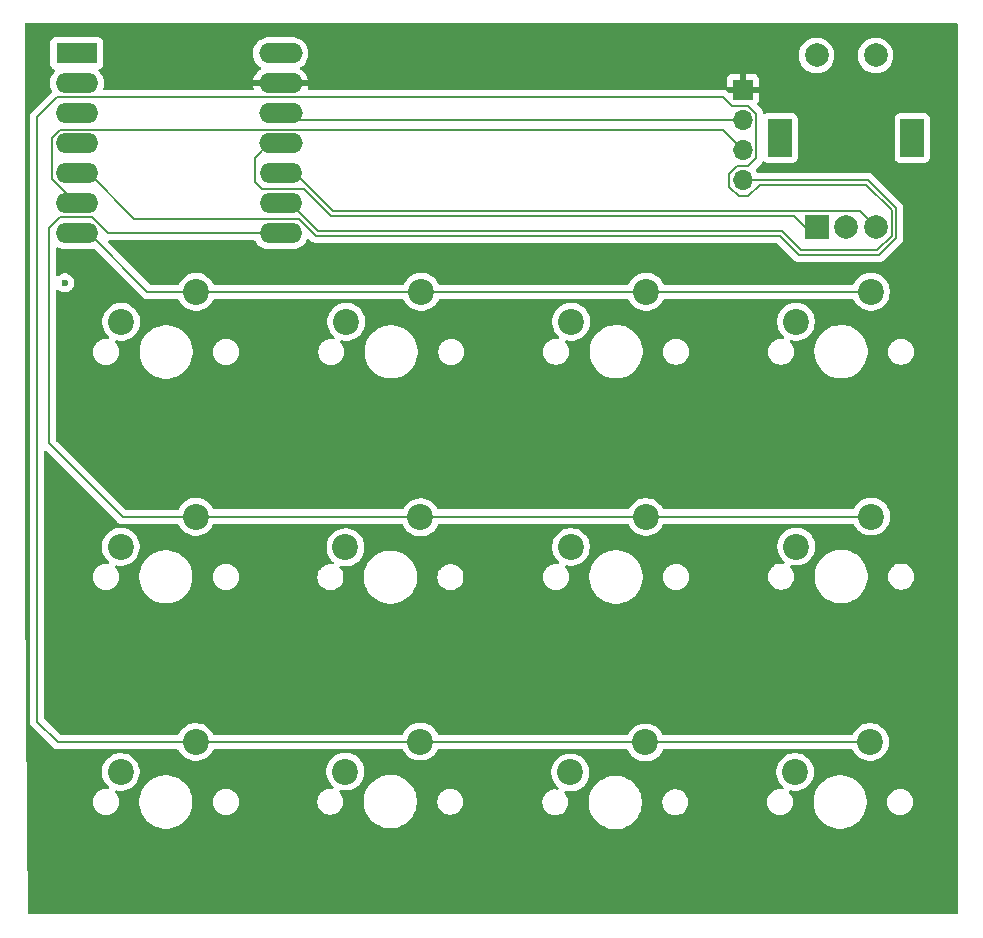
<source format=gbr>
%TF.GenerationSoftware,KiCad,Pcbnew,9.0.7*%
%TF.CreationDate,2026-02-22T16:46:49+05:30*%
%TF.ProjectId,Project,50726f6a-6563-4742-9e6b-696361645f70,rev?*%
%TF.SameCoordinates,Original*%
%TF.FileFunction,Copper,L2,Bot*%
%TF.FilePolarity,Positive*%
%FSLAX46Y46*%
G04 Gerber Fmt 4.6, Leading zero omitted, Abs format (unit mm)*
G04 Created by KiCad (PCBNEW 9.0.7) date 2026-02-22 16:46:49*
%MOMM*%
%LPD*%
G01*
G04 APERTURE LIST*
%TA.AperFunction,ComponentPad*%
%ADD10C,2.200000*%
%TD*%
%TA.AperFunction,ComponentPad*%
%ADD11R,1.700000X1.700000*%
%TD*%
%TA.AperFunction,ComponentPad*%
%ADD12O,1.700000X1.700000*%
%TD*%
%TA.AperFunction,ComponentPad*%
%ADD13R,3.500000X1.700000*%
%TD*%
%TA.AperFunction,ComponentPad*%
%ADD14O,3.600000X1.700000*%
%TD*%
%TA.AperFunction,ComponentPad*%
%ADD15O,3.700000X1.700000*%
%TD*%
%TA.AperFunction,ComponentPad*%
%ADD16R,2.000000X2.000000*%
%TD*%
%TA.AperFunction,ComponentPad*%
%ADD17C,2.000000*%
%TD*%
%TA.AperFunction,ComponentPad*%
%ADD18R,2.000000X3.200000*%
%TD*%
%TA.AperFunction,ViaPad*%
%ADD19C,0.600000*%
%TD*%
%TA.AperFunction,Conductor*%
%ADD20C,0.200000*%
%TD*%
G04 APERTURE END LIST*
D10*
%TO.P,SW5,1,1*%
%TO.N,/COL1*%
X135460000Y-78860000D03*
%TO.P,SW5,2,2*%
%TO.N,Net-(D5-A)*%
X129110000Y-81400000D03*
%TD*%
%TO.P,SW2,1,1*%
%TO.N,/COL1*%
X116441412Y-78823638D03*
%TO.P,SW2,2,2*%
%TO.N,Net-(D2-A)*%
X110091412Y-81363638D03*
%TD*%
%TO.P,SW9,1,1*%
%TO.N,/COL2*%
X154498770Y-97921230D03*
%TO.P,SW9,2,2*%
%TO.N,Net-(D9-A)*%
X148148770Y-100461230D03*
%TD*%
%TO.P,SW10,1,1*%
%TO.N,/COL0*%
X173602737Y-59758559D03*
%TO.P,SW10,2,2*%
%TO.N,Net-(D10-A)*%
X167252737Y-62298559D03*
%TD*%
%TO.P,SW3,1,1*%
%TO.N,/COL2*%
X116438861Y-97883487D03*
%TO.P,SW3,2,2*%
%TO.N,Net-(D3-A)*%
X110088861Y-100423487D03*
%TD*%
D11*
%TO.P,J1,1,GND*%
%TO.N,GND*%
X162745000Y-42665000D03*
D12*
%TO.P,J1,2,VCC*%
%TO.N,+3V3*%
X162745000Y-45205000D03*
%TO.P,J1,3,SCL*%
%TO.N,/D5 (SCL)*%
X162745000Y-47745000D03*
%TO.P,J1,4,SDA*%
%TO.N,/D4 (SDA)*%
X162745000Y-50285000D03*
%TD*%
D10*
%TO.P,SW8,1,1*%
%TO.N,/COL1*%
X154554033Y-78832144D03*
%TO.P,SW8,2,2*%
%TO.N,Net-(D8-A)*%
X148204033Y-81372144D03*
%TD*%
%TO.P,SW4,1,1*%
%TO.N,/COL0*%
X135521541Y-59778357D03*
%TO.P,SW4,2,2*%
%TO.N,Net-(D4-A)*%
X129171541Y-62318357D03*
%TD*%
%TO.P,SW12,1,1*%
%TO.N,/COL2*%
X173532616Y-97884537D03*
%TO.P,SW12,2,2*%
%TO.N,Net-(D12-A)*%
X167182616Y-100424537D03*
%TD*%
D13*
%TO.P,U1,1,PA02_A0_D0*%
%TO.N,/D0*%
X106370000Y-39580000D03*
D14*
%TO.P,U1,2,PA4_A1_D1*%
%TO.N,/D1*%
X106370000Y-42120000D03*
%TO.P,U1,3,PA10_A2_D2*%
%TO.N,/D2*%
X106370000Y-44660000D03*
%TO.P,U1,4,PA11_A3_D3*%
%TO.N,/D3*%
X106370000Y-47200000D03*
%TO.P,U1,5,PA8_A4_D4_SDA*%
%TO.N,/D4 (SDA)*%
X106370000Y-49740000D03*
%TO.P,U1,6,PA9_A5_D5_SCL*%
%TO.N,/D5 (SCL)*%
X106370000Y-52280000D03*
%TO.P,U1,7,PB08_A6_D6_TX*%
%TO.N,/COL0*%
X106370000Y-54820000D03*
%TO.P,U1,8,PB09_A7_D7_RX*%
%TO.N,/COL1*%
X123620000Y-54820000D03*
%TO.P,U1,9,PA7_A8_D8_SCK*%
%TO.N,/COL2*%
X123620000Y-52280000D03*
%TO.P,U1,10,PA5_A9_D9_MISO*%
%TO.N,/D9*%
X123620000Y-49740000D03*
D15*
%TO.P,U1,11,PA6_A10_D10_MOSI*%
%TO.N,/D10*%
X123620000Y-47200000D03*
%TO.P,U1,12,3V3*%
%TO.N,+3V3*%
X123620000Y-44660000D03*
%TO.P,U1,13,GND*%
%TO.N,GND*%
X123620000Y-42120000D03*
%TO.P,U1,14,5V*%
%TO.N,+5V*%
X123620000Y-39580000D03*
%TD*%
D16*
%TO.P,SW13,A,A*%
%TO.N,/D10*%
X169000000Y-54250000D03*
D17*
%TO.P,SW13,B,B*%
%TO.N,/D9*%
X174000000Y-54250000D03*
%TO.P,SW13,C,C*%
%TO.N,unconnected-(SW13-PadC)*%
X171500000Y-54250000D03*
D18*
%TO.P,SW13,MP*%
%TO.N,N/C*%
X165900000Y-46750000D03*
X177100000Y-46750000D03*
D17*
%TO.P,SW13,S1*%
X174000000Y-39750000D03*
%TO.P,SW13,S2*%
X169000000Y-39750000D03*
%TD*%
D10*
%TO.P,SW11,1,1*%
%TO.N,/COL1*%
X173617431Y-78794908D03*
%TO.P,SW11,2,2*%
%TO.N,Net-(D11-A)*%
X167267431Y-81334908D03*
%TD*%
%TO.P,SW7,1,1*%
%TO.N,/COL0*%
X154560000Y-59760000D03*
%TO.P,SW7,2,2*%
%TO.N,Net-(D7-A)*%
X148210000Y-62300000D03*
%TD*%
%TO.P,SW6,1,1*%
%TO.N,/COL2*%
X135450000Y-97850000D03*
%TO.P,SW6,2,2*%
%TO.N,Net-(D6-A)*%
X129100000Y-100390000D03*
%TD*%
%TO.P,SW1,1,1*%
%TO.N,/COL0*%
X116460000Y-59780000D03*
%TO.P,SW1,2,2*%
%TO.N,Net-(D1-A)*%
X110110000Y-62320000D03*
%TD*%
D19*
%TO.N,/D3*%
X105361350Y-59020000D03*
X105330000Y-59020000D03*
%TD*%
D20*
%TO.N,/COL0*%
X116481441Y-59758559D02*
X116460000Y-59780000D01*
X173602737Y-59758559D02*
X116481441Y-59758559D01*
X112330000Y-59780000D02*
X107370000Y-54820000D01*
X116460000Y-59780000D02*
X112330000Y-59780000D01*
X116510000Y-59830000D02*
X116460000Y-59780000D01*
%TO.N,/COL1*%
X173617431Y-78794908D02*
X116470142Y-78794908D01*
X110240000Y-78830000D02*
X104000000Y-72590000D01*
X104000000Y-54374240D02*
X104943240Y-53431000D01*
X109040000Y-54820000D02*
X122620000Y-54820000D01*
X104943240Y-53431000D02*
X107651000Y-53431000D01*
X107651000Y-53431000D02*
X109040000Y-54820000D01*
X116470142Y-78794908D02*
X116441412Y-78823638D01*
X116441412Y-78823638D02*
X116435050Y-78830000D01*
X116435050Y-78830000D02*
X110240000Y-78830000D01*
X104000000Y-72590000D02*
X104000000Y-54374240D01*
%TO.N,/COL2*%
X126778000Y-54630000D02*
X124428000Y-52280000D01*
X103000000Y-44966000D02*
X104686000Y-43280000D01*
X175349000Y-55023900D02*
X174122900Y-56250000D01*
X161832000Y-44054000D02*
X163221760Y-44054000D01*
X173532616Y-97884537D02*
X116439911Y-97884537D01*
X124428000Y-52280000D02*
X122620000Y-52280000D01*
X116439911Y-97884537D02*
X116438861Y-97883487D01*
X174122900Y-56250000D02*
X167650000Y-56250000D01*
X163221760Y-44054000D02*
X163896000Y-44728240D01*
X162390000Y-51700000D02*
X163180000Y-51700000D01*
X163221760Y-49134000D02*
X162268240Y-49134000D01*
X161594000Y-50904000D02*
X162390000Y-51700000D01*
X103000000Y-88000000D02*
X103000000Y-87840000D01*
X162268240Y-49134000D02*
X161594000Y-49808240D01*
X173168900Y-50686000D02*
X175349000Y-52866100D01*
X103000000Y-87840000D02*
X103000000Y-44966000D01*
X116412348Y-97910000D02*
X104750000Y-97910000D01*
X103000000Y-96160000D02*
X103000000Y-87840000D01*
X167650000Y-56250000D02*
X167575000Y-56175000D01*
X161594000Y-49808240D02*
X161594000Y-50904000D01*
X163180000Y-51700000D02*
X164194000Y-50686000D01*
X163896000Y-44728240D02*
X163896000Y-48459760D01*
X166030000Y-54630000D02*
X126778000Y-54630000D01*
X164194000Y-50686000D02*
X173168900Y-50686000D01*
X167699000Y-56250000D02*
X167650000Y-56250000D01*
X175349000Y-52866100D02*
X175349000Y-55023900D01*
X116438861Y-97883487D02*
X116412348Y-97910000D01*
X167575000Y-56175000D02*
X166030000Y-54630000D01*
X104686000Y-43280000D02*
X161058000Y-43280000D01*
X163896000Y-48459760D02*
X163221760Y-49134000D01*
X161058000Y-43280000D02*
X161832000Y-44054000D01*
X104750000Y-97910000D02*
X103000000Y-96160000D01*
%TO.N,/D5 (SCL)*%
X104943240Y-46049000D02*
X161049000Y-46049000D01*
X106332240Y-52280000D02*
X104269000Y-50216760D01*
X104269000Y-50216760D02*
X104269000Y-46723240D01*
X104269000Y-46723240D02*
X104943240Y-46049000D01*
X161049000Y-46049000D02*
X162745000Y-47745000D01*
X107370000Y-52280000D02*
X106332240Y-52280000D01*
%TO.N,+3V3*%
X123165000Y-45205000D02*
X122620000Y-44660000D01*
X162745000Y-45205000D02*
X123165000Y-45205000D01*
%TO.N,/D9*%
X128068760Y-52949000D02*
X124859760Y-49740000D01*
X172699000Y-52949000D02*
X128068760Y-52949000D01*
X124859760Y-49740000D02*
X122620000Y-49740000D01*
X174000000Y-54250000D02*
X172699000Y-52949000D01*
%TO.N,/D4 (SDA)*%
X125150900Y-53570000D02*
X126611900Y-55031000D01*
X167483900Y-56651000D02*
X174289000Y-56651000D01*
X174289000Y-56651000D02*
X175750000Y-55190000D01*
X107370000Y-49740000D02*
X111200000Y-53570000D01*
X175750000Y-55190000D02*
X175750000Y-52700000D01*
X111200000Y-53570000D02*
X125150900Y-53570000D01*
X165863900Y-55031000D02*
X167483900Y-56651000D01*
X126611900Y-55031000D02*
X165863900Y-55031000D01*
X175750000Y-52700000D02*
X173335000Y-50285000D01*
X173335000Y-50285000D02*
X162745000Y-50285000D01*
%TO.N,/D10*%
X169000000Y-54250000D02*
X168010000Y-54250000D01*
X122010000Y-51030000D02*
X121420000Y-50440000D01*
X127902660Y-53350000D02*
X125582660Y-51030000D01*
X168010000Y-54250000D02*
X167110000Y-53350000D01*
X121420000Y-50440000D02*
X121420000Y-48400000D01*
X167110000Y-53350000D02*
X127902660Y-53350000D01*
X125582660Y-51030000D02*
X122010000Y-51030000D01*
X121420000Y-48400000D02*
X122620000Y-47200000D01*
%TD*%
%TA.AperFunction,Conductor*%
%TO.N,GND*%
G36*
X180942539Y-37060185D02*
G01*
X180988294Y-37112989D01*
X180999500Y-37164500D01*
X180999500Y-112365500D01*
X180979815Y-112432539D01*
X180927011Y-112478294D01*
X180875500Y-112489500D01*
X102377756Y-112489500D01*
X102310717Y-112469815D01*
X102264962Y-112417011D01*
X102253763Y-112366782D01*
X102180201Y-105251729D01*
X102155647Y-102876876D01*
X107718361Y-102876876D01*
X107718361Y-103050097D01*
X107740154Y-103187697D01*
X107745459Y-103221188D01*
X107798988Y-103385932D01*
X107877629Y-103540275D01*
X107979447Y-103680415D01*
X108101933Y-103802901D01*
X108242073Y-103904719D01*
X108396416Y-103983360D01*
X108561160Y-104036889D01*
X108732250Y-104063987D01*
X108732251Y-104063987D01*
X108905471Y-104063987D01*
X108905472Y-104063987D01*
X109076562Y-104036889D01*
X109241306Y-103983360D01*
X109395649Y-103904719D01*
X109535789Y-103802901D01*
X109658275Y-103680415D01*
X109760093Y-103540275D01*
X109838734Y-103385932D01*
X109892263Y-103221188D01*
X109919361Y-103050098D01*
X109919361Y-102876876D01*
X109909715Y-102815973D01*
X111648361Y-102815973D01*
X111648361Y-103111000D01*
X111680149Y-103352445D01*
X111686868Y-103403480D01*
X111761354Y-103681466D01*
X111763222Y-103688438D01*
X111763225Y-103688448D01*
X111876115Y-103960987D01*
X111876119Y-103960997D01*
X112023622Y-104216480D01*
X112203213Y-104450527D01*
X112203219Y-104450534D01*
X112411813Y-104659128D01*
X112411820Y-104659134D01*
X112645867Y-104838725D01*
X112901350Y-104986228D01*
X112901351Y-104986228D01*
X112901354Y-104986230D01*
X113173909Y-105099126D01*
X113458868Y-105175480D01*
X113737276Y-105212133D01*
X113745536Y-105213221D01*
X113751355Y-105213987D01*
X113751362Y-105213987D01*
X114046360Y-105213987D01*
X114046367Y-105213987D01*
X114338854Y-105175480D01*
X114623813Y-105099126D01*
X114896368Y-104986230D01*
X115151855Y-104838725D01*
X115385903Y-104659133D01*
X115594507Y-104450529D01*
X115774099Y-104216481D01*
X115921604Y-103960994D01*
X116034500Y-103688439D01*
X116110854Y-103403480D01*
X116149361Y-103110993D01*
X116149361Y-102876876D01*
X117878361Y-102876876D01*
X117878361Y-103050097D01*
X117900154Y-103187697D01*
X117905459Y-103221188D01*
X117958988Y-103385932D01*
X118037629Y-103540275D01*
X118139447Y-103680415D01*
X118261933Y-103802901D01*
X118402073Y-103904719D01*
X118556416Y-103983360D01*
X118721160Y-104036889D01*
X118892250Y-104063987D01*
X118892251Y-104063987D01*
X119065471Y-104063987D01*
X119065472Y-104063987D01*
X119236562Y-104036889D01*
X119401306Y-103983360D01*
X119555649Y-103904719D01*
X119695789Y-103802901D01*
X119818275Y-103680415D01*
X119920093Y-103540275D01*
X119998734Y-103385932D01*
X120052263Y-103221188D01*
X120079361Y-103050098D01*
X120079361Y-102876876D01*
X120074057Y-102843389D01*
X126729500Y-102843389D01*
X126729500Y-103016610D01*
X126750427Y-103148743D01*
X126756598Y-103187701D01*
X126810127Y-103352445D01*
X126888768Y-103506788D01*
X126990586Y-103646928D01*
X127113072Y-103769414D01*
X127253212Y-103871232D01*
X127407555Y-103949873D01*
X127572299Y-104003402D01*
X127743389Y-104030500D01*
X127743390Y-104030500D01*
X127916610Y-104030500D01*
X127916611Y-104030500D01*
X128087701Y-104003402D01*
X128252445Y-103949873D01*
X128406788Y-103871232D01*
X128546928Y-103769414D01*
X128669414Y-103646928D01*
X128771232Y-103506788D01*
X128849873Y-103352445D01*
X128903402Y-103187701D01*
X128930500Y-103016611D01*
X128930500Y-102843389D01*
X128920854Y-102782486D01*
X130659500Y-102782486D01*
X130659500Y-103077513D01*
X130683385Y-103258927D01*
X130698007Y-103369993D01*
X130772212Y-103646930D01*
X130774361Y-103654951D01*
X130774364Y-103654961D01*
X130887254Y-103927500D01*
X130887258Y-103927510D01*
X131034761Y-104182993D01*
X131214352Y-104417040D01*
X131214358Y-104417047D01*
X131422952Y-104625641D01*
X131422959Y-104625647D01*
X131657006Y-104805238D01*
X131912489Y-104952741D01*
X131912490Y-104952741D01*
X131912493Y-104952743D01*
X132185048Y-105065639D01*
X132470007Y-105141993D01*
X132762494Y-105180500D01*
X132762501Y-105180500D01*
X133057499Y-105180500D01*
X133057506Y-105180500D01*
X133349993Y-105141993D01*
X133634952Y-105065639D01*
X133907507Y-104952743D01*
X134162994Y-104805238D01*
X134397042Y-104625646D01*
X134605646Y-104417042D01*
X134785238Y-104182994D01*
X134932743Y-103927507D01*
X135045639Y-103654952D01*
X135121993Y-103369993D01*
X135160500Y-103077506D01*
X135160500Y-102843389D01*
X136889500Y-102843389D01*
X136889500Y-103016610D01*
X136910427Y-103148743D01*
X136916598Y-103187701D01*
X136970127Y-103352445D01*
X137048768Y-103506788D01*
X137150586Y-103646928D01*
X137273072Y-103769414D01*
X137413212Y-103871232D01*
X137567555Y-103949873D01*
X137732299Y-104003402D01*
X137903389Y-104030500D01*
X137903390Y-104030500D01*
X138076610Y-104030500D01*
X138076611Y-104030500D01*
X138247701Y-104003402D01*
X138412445Y-103949873D01*
X138566788Y-103871232D01*
X138706928Y-103769414D01*
X138829414Y-103646928D01*
X138931232Y-103506788D01*
X139009873Y-103352445D01*
X139063402Y-103187701D01*
X139090500Y-103016611D01*
X139090500Y-102914619D01*
X145778270Y-102914619D01*
X145778270Y-103087840D01*
X145794085Y-103187697D01*
X145805368Y-103258931D01*
X145858897Y-103423675D01*
X145937538Y-103578018D01*
X146039356Y-103718158D01*
X146161842Y-103840644D01*
X146301982Y-103942462D01*
X146456325Y-104021103D01*
X146621069Y-104074632D01*
X146792159Y-104101730D01*
X146792160Y-104101730D01*
X146965380Y-104101730D01*
X146965381Y-104101730D01*
X147136471Y-104074632D01*
X147301215Y-104021103D01*
X147455558Y-103942462D01*
X147595698Y-103840644D01*
X147718184Y-103718158D01*
X147820002Y-103578018D01*
X147898643Y-103423675D01*
X147952172Y-103258931D01*
X147979270Y-103087841D01*
X147979270Y-102914619D01*
X147969624Y-102853716D01*
X149708270Y-102853716D01*
X149708270Y-103148743D01*
X149739498Y-103385932D01*
X149746777Y-103441223D01*
X149820982Y-103718160D01*
X149823131Y-103726181D01*
X149823134Y-103726191D01*
X149936024Y-103998730D01*
X149936028Y-103998740D01*
X150083531Y-104254223D01*
X150263122Y-104488270D01*
X150263128Y-104488277D01*
X150471722Y-104696871D01*
X150471729Y-104696877D01*
X150705776Y-104876468D01*
X150961259Y-105023971D01*
X150961260Y-105023971D01*
X150961263Y-105023973D01*
X151233818Y-105136869D01*
X151518777Y-105213223D01*
X151811264Y-105251730D01*
X151811271Y-105251730D01*
X152106269Y-105251730D01*
X152106276Y-105251730D01*
X152398763Y-105213223D01*
X152683722Y-105136869D01*
X152956277Y-105023973D01*
X153211764Y-104876468D01*
X153445812Y-104696876D01*
X153654416Y-104488272D01*
X153834008Y-104254224D01*
X153981513Y-103998737D01*
X154094409Y-103726182D01*
X154170763Y-103441223D01*
X154209270Y-103148736D01*
X154209270Y-102914619D01*
X155938270Y-102914619D01*
X155938270Y-103087840D01*
X155954085Y-103187697D01*
X155965368Y-103258931D01*
X156018897Y-103423675D01*
X156097538Y-103578018D01*
X156199356Y-103718158D01*
X156321842Y-103840644D01*
X156461982Y-103942462D01*
X156616325Y-104021103D01*
X156781069Y-104074632D01*
X156952159Y-104101730D01*
X156952160Y-104101730D01*
X157125380Y-104101730D01*
X157125381Y-104101730D01*
X157296471Y-104074632D01*
X157461215Y-104021103D01*
X157615558Y-103942462D01*
X157755698Y-103840644D01*
X157878184Y-103718158D01*
X157980002Y-103578018D01*
X158058643Y-103423675D01*
X158112172Y-103258931D01*
X158139270Y-103087841D01*
X158139270Y-102914619D01*
X158133458Y-102877926D01*
X164812116Y-102877926D01*
X164812116Y-103051147D01*
X164839047Y-103221188D01*
X164839214Y-103222238D01*
X164892743Y-103386982D01*
X164971384Y-103541325D01*
X165073202Y-103681465D01*
X165195688Y-103803951D01*
X165335828Y-103905769D01*
X165490171Y-103984410D01*
X165654915Y-104037939D01*
X165826005Y-104065037D01*
X165826006Y-104065037D01*
X165999226Y-104065037D01*
X165999227Y-104065037D01*
X166170317Y-104037939D01*
X166335061Y-103984410D01*
X166489404Y-103905769D01*
X166629544Y-103803951D01*
X166752030Y-103681465D01*
X166853848Y-103541325D01*
X166932489Y-103386982D01*
X166986018Y-103222238D01*
X167013116Y-103051148D01*
X167013116Y-102877926D01*
X167003470Y-102817023D01*
X168742116Y-102817023D01*
X168742116Y-103112050D01*
X168761454Y-103258931D01*
X168780623Y-103404530D01*
X168856696Y-103688439D01*
X168856977Y-103689488D01*
X168856980Y-103689498D01*
X168969870Y-103962037D01*
X168969874Y-103962047D01*
X169117377Y-104217530D01*
X169296968Y-104451577D01*
X169296974Y-104451584D01*
X169505568Y-104660178D01*
X169505575Y-104660184D01*
X169739622Y-104839775D01*
X169995105Y-104987278D01*
X169995106Y-104987278D01*
X169995109Y-104987280D01*
X170083694Y-105023973D01*
X170265126Y-105099125D01*
X170267664Y-105100176D01*
X170552623Y-105176530D01*
X170831031Y-105213183D01*
X170837134Y-105213987D01*
X170845110Y-105215037D01*
X170845117Y-105215037D01*
X171140115Y-105215037D01*
X171140122Y-105215037D01*
X171432609Y-105176530D01*
X171717568Y-105100176D01*
X171990123Y-104987280D01*
X172245610Y-104839775D01*
X172479658Y-104660183D01*
X172688262Y-104451579D01*
X172867854Y-104217531D01*
X173015359Y-103962044D01*
X173128255Y-103689489D01*
X173204609Y-103404530D01*
X173243116Y-103112043D01*
X173243116Y-102877926D01*
X174972116Y-102877926D01*
X174972116Y-103051147D01*
X174999047Y-103221188D01*
X174999214Y-103222238D01*
X175052743Y-103386982D01*
X175131384Y-103541325D01*
X175233202Y-103681465D01*
X175355688Y-103803951D01*
X175495828Y-103905769D01*
X175650171Y-103984410D01*
X175814915Y-104037939D01*
X175986005Y-104065037D01*
X175986006Y-104065037D01*
X176159226Y-104065037D01*
X176159227Y-104065037D01*
X176330317Y-104037939D01*
X176495061Y-103984410D01*
X176649404Y-103905769D01*
X176789544Y-103803951D01*
X176912030Y-103681465D01*
X177013848Y-103541325D01*
X177092489Y-103386982D01*
X177146018Y-103222238D01*
X177173116Y-103051148D01*
X177173116Y-102877926D01*
X177146018Y-102706836D01*
X177092489Y-102542092D01*
X177013848Y-102387749D01*
X176912030Y-102247609D01*
X176789544Y-102125123D01*
X176649404Y-102023305D01*
X176495061Y-101944664D01*
X176330317Y-101891135D01*
X176330315Y-101891134D01*
X176330314Y-101891134D01*
X176196661Y-101869966D01*
X176159227Y-101864037D01*
X175986005Y-101864037D01*
X175948571Y-101869966D01*
X175814918Y-101891134D01*
X175758689Y-101909404D01*
X175653400Y-101943615D01*
X175650168Y-101944665D01*
X175495827Y-102023305D01*
X175440350Y-102063612D01*
X175355688Y-102125123D01*
X175355686Y-102125125D01*
X175355685Y-102125125D01*
X175233204Y-102247606D01*
X175233204Y-102247607D01*
X175233202Y-102247609D01*
X175206543Y-102284302D01*
X175131384Y-102387748D01*
X175052744Y-102542089D01*
X174999213Y-102706839D01*
X174972116Y-102877926D01*
X173243116Y-102877926D01*
X173243116Y-102817031D01*
X173204609Y-102524544D01*
X173128255Y-102239585D01*
X173125266Y-102232370D01*
X173066538Y-102090588D01*
X173015359Y-101967030D01*
X173014756Y-101965986D01*
X172867854Y-101711543D01*
X172688263Y-101477496D01*
X172688257Y-101477489D01*
X172479663Y-101268895D01*
X172479656Y-101268889D01*
X172245609Y-101089298D01*
X171990126Y-100941795D01*
X171990116Y-100941791D01*
X171717577Y-100828901D01*
X171717570Y-100828899D01*
X171717568Y-100828898D01*
X171432609Y-100752544D01*
X171383729Y-100746108D01*
X171140129Y-100714037D01*
X171140122Y-100714037D01*
X170845110Y-100714037D01*
X170845102Y-100714037D01*
X170566701Y-100750690D01*
X170552623Y-100752544D01*
X170396559Y-100794361D01*
X170267664Y-100828898D01*
X170267654Y-100828901D01*
X169995115Y-100941791D01*
X169995105Y-100941795D01*
X169739622Y-101089298D01*
X169505575Y-101268889D01*
X169505568Y-101268895D01*
X169296974Y-101477489D01*
X169296968Y-101477496D01*
X169117377Y-101711543D01*
X168969874Y-101967026D01*
X168969870Y-101967036D01*
X168856980Y-102239575D01*
X168856977Y-102239585D01*
X168780905Y-102523494D01*
X168780624Y-102524541D01*
X168780622Y-102524552D01*
X168742116Y-102817023D01*
X167003470Y-102817023D01*
X166986018Y-102706836D01*
X166932489Y-102542092D01*
X166853848Y-102387749D01*
X166752030Y-102247609D01*
X166700098Y-102195677D01*
X166666613Y-102134354D01*
X166671597Y-102064662D01*
X166713469Y-102008729D01*
X166778933Y-101984312D01*
X166807177Y-101985523D01*
X166807828Y-101985626D01*
X166807831Y-101985627D01*
X167056654Y-102025037D01*
X167056655Y-102025037D01*
X167308577Y-102025037D01*
X167308578Y-102025037D01*
X167557401Y-101985627D01*
X167796995Y-101907778D01*
X168021461Y-101793407D01*
X168225272Y-101645330D01*
X168403409Y-101467193D01*
X168551486Y-101263382D01*
X168665857Y-101038916D01*
X168743706Y-100799322D01*
X168783116Y-100550499D01*
X168783116Y-100298575D01*
X168743706Y-100049752D01*
X168665857Y-99810158D01*
X168665855Y-99810155D01*
X168665855Y-99810153D01*
X168624363Y-99728721D01*
X168551486Y-99585692D01*
X168476382Y-99482320D01*
X168403414Y-99381887D01*
X168403410Y-99381882D01*
X168225270Y-99203742D01*
X168225265Y-99203738D01*
X168021464Y-99055669D01*
X168021463Y-99055668D01*
X168021461Y-99055667D01*
X167951363Y-99019950D01*
X167796999Y-98941297D01*
X167557401Y-98863447D01*
X167540247Y-98860730D01*
X167308578Y-98824037D01*
X167056654Y-98824037D01*
X166932242Y-98843742D01*
X166807830Y-98863447D01*
X166568232Y-98941297D01*
X166343767Y-99055669D01*
X166139966Y-99203738D01*
X166139961Y-99203742D01*
X165961821Y-99381882D01*
X165961817Y-99381887D01*
X165813748Y-99585688D01*
X165699376Y-99810153D01*
X165621526Y-100049751D01*
X165615714Y-100086445D01*
X165582116Y-100298575D01*
X165582116Y-100550499D01*
X165587928Y-100587192D01*
X165621526Y-100799322D01*
X165699376Y-101038920D01*
X165743742Y-101125992D01*
X165798954Y-101234352D01*
X165813748Y-101263385D01*
X165961817Y-101467186D01*
X165961821Y-101467191D01*
X165961823Y-101467193D01*
X166139960Y-101645330D01*
X166139961Y-101645331D01*
X166139960Y-101645331D01*
X166146277Y-101649920D01*
X166188943Y-101705251D01*
X166194921Y-101774864D01*
X166162315Y-101836659D01*
X166101476Y-101871016D01*
X166053994Y-101872711D01*
X165999227Y-101864037D01*
X165826005Y-101864037D01*
X165788571Y-101869966D01*
X165654918Y-101891134D01*
X165598689Y-101909404D01*
X165493400Y-101943615D01*
X165490168Y-101944665D01*
X165335827Y-102023305D01*
X165280350Y-102063612D01*
X165195688Y-102125123D01*
X165195686Y-102125125D01*
X165195685Y-102125125D01*
X165073204Y-102247606D01*
X165073204Y-102247607D01*
X165073202Y-102247609D01*
X165046543Y-102284302D01*
X164971384Y-102387748D01*
X164892744Y-102542089D01*
X164839213Y-102706839D01*
X164812116Y-102877926D01*
X158133458Y-102877926D01*
X158112172Y-102743529D01*
X158058643Y-102578785D01*
X157980002Y-102424442D01*
X157878184Y-102284302D01*
X157755698Y-102161816D01*
X157615558Y-102059998D01*
X157461215Y-101981357D01*
X157296471Y-101927828D01*
X157296469Y-101927827D01*
X157296468Y-101927827D01*
X157163238Y-101906726D01*
X157125381Y-101900730D01*
X156952159Y-101900730D01*
X156914302Y-101906726D01*
X156781072Y-101927827D01*
X156698697Y-101954592D01*
X156663663Y-101965976D01*
X156616322Y-101981358D01*
X156461981Y-102059998D01*
X156407176Y-102099817D01*
X156321842Y-102161816D01*
X156321840Y-102161818D01*
X156321839Y-102161818D01*
X156199358Y-102284299D01*
X156199358Y-102284300D01*
X156199356Y-102284302D01*
X156155629Y-102344486D01*
X156097538Y-102424441D01*
X156018898Y-102578782D01*
X155965367Y-102743532D01*
X155938270Y-102914619D01*
X154209270Y-102914619D01*
X154209270Y-102853724D01*
X154170763Y-102561237D01*
X154094409Y-102276278D01*
X153981513Y-102003723D01*
X153971065Y-101985627D01*
X153834008Y-101748236D01*
X153654417Y-101514189D01*
X153654411Y-101514182D01*
X153445817Y-101305588D01*
X153445810Y-101305582D01*
X153211763Y-101125991D01*
X152956280Y-100978488D01*
X152956270Y-100978484D01*
X152683731Y-100865594D01*
X152683724Y-100865592D01*
X152683722Y-100865591D01*
X152398763Y-100789237D01*
X152349883Y-100782801D01*
X152106283Y-100750730D01*
X152106276Y-100750730D01*
X151811264Y-100750730D01*
X151811256Y-100750730D01*
X151532855Y-100787383D01*
X151518777Y-100789237D01*
X151374678Y-100827848D01*
X151233818Y-100865591D01*
X151233808Y-100865594D01*
X150961269Y-100978484D01*
X150961259Y-100978488D01*
X150705776Y-101125991D01*
X150471729Y-101305582D01*
X150471722Y-101305588D01*
X150263128Y-101514182D01*
X150263122Y-101514189D01*
X150083531Y-101748236D01*
X149936028Y-102003719D01*
X149936024Y-102003729D01*
X149823134Y-102276268D01*
X149823131Y-102276278D01*
X149746778Y-102561234D01*
X149746776Y-102561245D01*
X149708270Y-102853716D01*
X147969624Y-102853716D01*
X147952172Y-102743529D01*
X147898643Y-102578785D01*
X147820002Y-102424442D01*
X147718184Y-102284302D01*
X147666252Y-102232370D01*
X147632767Y-102171047D01*
X147637751Y-102101355D01*
X147679623Y-102045422D01*
X147745087Y-102021005D01*
X147773331Y-102022216D01*
X147773982Y-102022319D01*
X147773985Y-102022320D01*
X148022808Y-102061730D01*
X148022809Y-102061730D01*
X148274731Y-102061730D01*
X148274732Y-102061730D01*
X148523555Y-102022320D01*
X148763149Y-101944471D01*
X148987615Y-101830100D01*
X149191426Y-101682023D01*
X149369563Y-101503886D01*
X149517640Y-101300075D01*
X149632011Y-101075609D01*
X149709860Y-100836015D01*
X149749270Y-100587192D01*
X149749270Y-100335268D01*
X149709860Y-100086445D01*
X149632011Y-99846851D01*
X149632009Y-99846848D01*
X149632009Y-99846846D01*
X149590517Y-99765414D01*
X149517640Y-99622385D01*
X149417851Y-99485037D01*
X149369568Y-99418580D01*
X149369564Y-99418575D01*
X149191424Y-99240435D01*
X149191419Y-99240431D01*
X148987618Y-99092362D01*
X148987617Y-99092361D01*
X148987615Y-99092360D01*
X148913540Y-99054617D01*
X148763153Y-98977990D01*
X148523555Y-98900140D01*
X148476303Y-98892656D01*
X148274732Y-98860730D01*
X148022808Y-98860730D01*
X147898396Y-98880435D01*
X147773984Y-98900140D01*
X147534386Y-98977990D01*
X147309921Y-99092362D01*
X147106120Y-99240431D01*
X147106115Y-99240435D01*
X146927975Y-99418575D01*
X146927971Y-99418580D01*
X146779902Y-99622381D01*
X146665530Y-99846846D01*
X146599602Y-100049752D01*
X146587680Y-100086445D01*
X146548270Y-100335268D01*
X146548270Y-100587192D01*
X146568989Y-100718006D01*
X146587680Y-100836015D01*
X146665530Y-101075613D01*
X146691200Y-101125992D01*
X146746412Y-101234352D01*
X146779902Y-101300078D01*
X146927971Y-101503879D01*
X146927975Y-101503884D01*
X146927977Y-101503886D01*
X147106114Y-101682023D01*
X147106115Y-101682024D01*
X147106114Y-101682024D01*
X147112431Y-101686613D01*
X147155097Y-101741944D01*
X147161075Y-101811557D01*
X147128469Y-101873352D01*
X147067630Y-101907709D01*
X147020148Y-101909404D01*
X146965381Y-101900730D01*
X146792159Y-101900730D01*
X146754302Y-101906726D01*
X146621072Y-101927827D01*
X146538697Y-101954592D01*
X146503663Y-101965976D01*
X146456322Y-101981358D01*
X146301981Y-102059998D01*
X146247176Y-102099817D01*
X146161842Y-102161816D01*
X146161840Y-102161818D01*
X146161839Y-102161818D01*
X146039358Y-102284299D01*
X146039358Y-102284300D01*
X146039356Y-102284302D01*
X145995629Y-102344486D01*
X145937538Y-102424441D01*
X145858898Y-102578782D01*
X145805367Y-102743532D01*
X145778270Y-102914619D01*
X139090500Y-102914619D01*
X139090500Y-102843389D01*
X139063402Y-102672299D01*
X139009873Y-102507555D01*
X138931232Y-102353212D01*
X138829414Y-102213072D01*
X138706928Y-102090586D01*
X138566788Y-101988768D01*
X138480228Y-101944664D01*
X138412447Y-101910128D01*
X138412446Y-101910127D01*
X138412445Y-101910127D01*
X138247701Y-101856598D01*
X138247699Y-101856597D01*
X138247698Y-101856597D01*
X138115182Y-101835609D01*
X138076611Y-101829500D01*
X137903389Y-101829500D01*
X137864818Y-101835609D01*
X137732302Y-101856597D01*
X137567552Y-101910128D01*
X137413211Y-101988768D01*
X137365676Y-102023305D01*
X137273072Y-102090586D01*
X137273070Y-102090588D01*
X137273069Y-102090588D01*
X137150588Y-102213069D01*
X137150588Y-102213070D01*
X137150586Y-102213072D01*
X137106859Y-102273256D01*
X137048768Y-102353211D01*
X136970128Y-102507552D01*
X136970127Y-102507554D01*
X136970127Y-102507555D01*
X136952685Y-102561237D01*
X136916597Y-102672302D01*
X136889500Y-102843389D01*
X135160500Y-102843389D01*
X135160500Y-102782494D01*
X135121993Y-102490007D01*
X135045639Y-102205048D01*
X135041757Y-102195677D01*
X134979520Y-102045422D01*
X134932743Y-101932493D01*
X134917866Y-101906726D01*
X134785238Y-101677006D01*
X134605647Y-101442959D01*
X134605641Y-101442952D01*
X134397047Y-101234358D01*
X134397040Y-101234352D01*
X134162993Y-101054761D01*
X133907510Y-100907258D01*
X133907500Y-100907254D01*
X133634961Y-100794364D01*
X133634954Y-100794362D01*
X133634952Y-100794361D01*
X133349993Y-100718007D01*
X133301113Y-100711571D01*
X133057513Y-100679500D01*
X133057506Y-100679500D01*
X132762494Y-100679500D01*
X132762486Y-100679500D01*
X132484085Y-100716153D01*
X132470007Y-100718007D01*
X132341109Y-100752545D01*
X132185048Y-100794361D01*
X132185038Y-100794364D01*
X131912499Y-100907254D01*
X131912489Y-100907258D01*
X131657006Y-101054761D01*
X131422959Y-101234352D01*
X131422952Y-101234358D01*
X131214358Y-101442952D01*
X131214352Y-101442959D01*
X131034761Y-101677006D01*
X130887258Y-101932489D01*
X130887254Y-101932499D01*
X130774364Y-102205038D01*
X130774361Y-102205048D01*
X130698008Y-102490004D01*
X130698006Y-102490015D01*
X130659500Y-102782486D01*
X128920854Y-102782486D01*
X128903402Y-102672299D01*
X128849873Y-102507555D01*
X128771232Y-102353212D01*
X128669414Y-102213072D01*
X128617482Y-102161140D01*
X128583997Y-102099817D01*
X128588981Y-102030125D01*
X128630853Y-101974192D01*
X128696317Y-101949775D01*
X128724561Y-101950986D01*
X128725212Y-101951089D01*
X128725215Y-101951090D01*
X128974038Y-101990500D01*
X128974039Y-101990500D01*
X129225961Y-101990500D01*
X129225962Y-101990500D01*
X129474785Y-101951090D01*
X129714379Y-101873241D01*
X129938845Y-101758870D01*
X130142656Y-101610793D01*
X130320793Y-101432656D01*
X130468870Y-101228845D01*
X130583241Y-101004379D01*
X130661090Y-100764785D01*
X130700500Y-100515962D01*
X130700500Y-100264038D01*
X130661090Y-100015215D01*
X130583241Y-99775621D01*
X130583239Y-99775618D01*
X130583239Y-99775616D01*
X130485930Y-99584638D01*
X130468870Y-99551155D01*
X130372549Y-99418580D01*
X130320798Y-99347350D01*
X130320794Y-99347345D01*
X130142654Y-99169205D01*
X130142649Y-99169201D01*
X129938848Y-99021132D01*
X129938847Y-99021131D01*
X129938845Y-99021130D01*
X129854176Y-98977989D01*
X129714383Y-98906760D01*
X129474785Y-98828910D01*
X129437389Y-98822987D01*
X129225962Y-98789500D01*
X128974038Y-98789500D01*
X128849626Y-98809205D01*
X128725214Y-98828910D01*
X128485616Y-98906760D01*
X128261151Y-99021132D01*
X128057350Y-99169201D01*
X128057345Y-99169205D01*
X127879205Y-99347345D01*
X127879201Y-99347350D01*
X127731132Y-99551151D01*
X127616760Y-99775616D01*
X127538910Y-100015214D01*
X127499500Y-100264038D01*
X127499500Y-100515961D01*
X127538910Y-100764785D01*
X127616760Y-101004383D01*
X127731132Y-101228848D01*
X127879201Y-101432649D01*
X127879205Y-101432654D01*
X127879207Y-101432656D01*
X128057344Y-101610793D01*
X128057345Y-101610794D01*
X128057344Y-101610794D01*
X128063661Y-101615383D01*
X128106327Y-101670714D01*
X128112305Y-101740327D01*
X128079699Y-101802122D01*
X128018860Y-101836479D01*
X127971378Y-101838174D01*
X127916611Y-101829500D01*
X127743389Y-101829500D01*
X127704818Y-101835609D01*
X127572302Y-101856597D01*
X127407552Y-101910128D01*
X127253211Y-101988768D01*
X127205676Y-102023305D01*
X127113072Y-102090586D01*
X127113070Y-102090588D01*
X127113069Y-102090588D01*
X126990588Y-102213069D01*
X126990588Y-102213070D01*
X126990586Y-102213072D01*
X126946859Y-102273256D01*
X126888768Y-102353211D01*
X126810128Y-102507552D01*
X126810127Y-102507554D01*
X126810127Y-102507555D01*
X126792685Y-102561237D01*
X126756597Y-102672302D01*
X126729500Y-102843389D01*
X120074057Y-102843389D01*
X120052263Y-102705786D01*
X119998734Y-102541042D01*
X119920093Y-102386699D01*
X119818275Y-102246559D01*
X119695789Y-102124073D01*
X119555649Y-102022255D01*
X119553196Y-102021005D01*
X119401308Y-101943615D01*
X119401307Y-101943614D01*
X119401306Y-101943614D01*
X119236562Y-101890085D01*
X119236560Y-101890084D01*
X119236559Y-101890084D01*
X119072101Y-101864037D01*
X119065472Y-101862987D01*
X118892250Y-101862987D01*
X118885621Y-101864037D01*
X118721163Y-101890084D01*
X118556413Y-101943615D01*
X118402072Y-102022255D01*
X118370186Y-102045422D01*
X118261933Y-102124073D01*
X118261931Y-102124075D01*
X118261930Y-102124075D01*
X118139449Y-102246556D01*
X118139449Y-102246557D01*
X118139447Y-102246559D01*
X118112025Y-102284302D01*
X118037629Y-102386698D01*
X117958989Y-102541039D01*
X117905458Y-102705789D01*
X117878361Y-102876876D01*
X116149361Y-102876876D01*
X116149361Y-102815981D01*
X116110854Y-102523494D01*
X116034500Y-102238535D01*
X116031946Y-102232370D01*
X115973218Y-102090588D01*
X115921604Y-101965980D01*
X115913007Y-101951090D01*
X115774099Y-101710493D01*
X115594508Y-101476446D01*
X115594502Y-101476439D01*
X115385908Y-101267845D01*
X115385901Y-101267839D01*
X115151854Y-101088248D01*
X114896371Y-100940745D01*
X114896361Y-100940741D01*
X114623822Y-100827851D01*
X114623815Y-100827849D01*
X114623813Y-100827848D01*
X114338854Y-100751494D01*
X114289974Y-100745058D01*
X114046374Y-100712987D01*
X114046367Y-100712987D01*
X113751355Y-100712987D01*
X113751347Y-100712987D01*
X113472946Y-100749640D01*
X113458868Y-100751494D01*
X113298885Y-100794361D01*
X113173909Y-100827848D01*
X113173899Y-100827851D01*
X112901360Y-100940741D01*
X112901350Y-100940745D01*
X112645867Y-101088248D01*
X112411820Y-101267839D01*
X112411813Y-101267845D01*
X112203219Y-101476439D01*
X112203213Y-101476446D01*
X112023622Y-101710493D01*
X111876119Y-101965976D01*
X111876115Y-101965986D01*
X111763225Y-102238525D01*
X111763222Y-102238535D01*
X111686869Y-102523491D01*
X111686867Y-102523502D01*
X111648361Y-102815973D01*
X109909715Y-102815973D01*
X109892263Y-102705786D01*
X109838734Y-102541042D01*
X109760093Y-102386699D01*
X109658275Y-102246559D01*
X109606343Y-102194627D01*
X109572858Y-102133304D01*
X109577842Y-102063612D01*
X109619714Y-102007679D01*
X109685178Y-101983262D01*
X109713422Y-101984473D01*
X109714073Y-101984576D01*
X109714076Y-101984577D01*
X109962899Y-102023987D01*
X109962900Y-102023987D01*
X110214822Y-102023987D01*
X110214823Y-102023987D01*
X110463646Y-101984577D01*
X110703240Y-101906728D01*
X110927706Y-101792357D01*
X111131517Y-101644280D01*
X111309654Y-101466143D01*
X111457731Y-101262332D01*
X111572102Y-101037866D01*
X111649951Y-100798272D01*
X111689361Y-100549449D01*
X111689361Y-100297525D01*
X111649951Y-100048702D01*
X111572102Y-99809108D01*
X111572100Y-99809105D01*
X111572100Y-99809103D01*
X111530608Y-99727671D01*
X111457731Y-99584642D01*
X111383389Y-99482319D01*
X111309659Y-99380837D01*
X111309655Y-99380832D01*
X111131515Y-99202692D01*
X111131510Y-99202688D01*
X110927709Y-99054619D01*
X110927708Y-99054618D01*
X110927706Y-99054617D01*
X110857608Y-99018900D01*
X110703244Y-98940247D01*
X110463646Y-98862397D01*
X110453121Y-98860730D01*
X110214823Y-98822987D01*
X109962899Y-98822987D01*
X109838487Y-98842692D01*
X109714075Y-98862397D01*
X109474477Y-98940247D01*
X109250012Y-99054619D01*
X109046211Y-99202688D01*
X109046206Y-99202692D01*
X108868066Y-99380832D01*
X108868062Y-99380837D01*
X108719993Y-99584638D01*
X108605621Y-99809103D01*
X108527771Y-100048701D01*
X108527771Y-100048702D01*
X108488361Y-100297525D01*
X108488361Y-100549449D01*
X108522467Y-100764785D01*
X108527771Y-100798272D01*
X108605621Y-101037870D01*
X108650522Y-101125992D01*
X108705734Y-101234352D01*
X108719993Y-101262335D01*
X108868062Y-101466136D01*
X108868066Y-101466141D01*
X108868068Y-101466143D01*
X109046205Y-101644280D01*
X109046206Y-101644281D01*
X109046205Y-101644281D01*
X109052522Y-101648870D01*
X109095188Y-101704201D01*
X109101166Y-101773814D01*
X109068560Y-101835609D01*
X109007721Y-101869966D01*
X108960239Y-101871661D01*
X108905472Y-101862987D01*
X108732250Y-101862987D01*
X108725621Y-101864037D01*
X108561163Y-101890084D01*
X108396413Y-101943615D01*
X108242072Y-102022255D01*
X108210186Y-102045422D01*
X108101933Y-102124073D01*
X108101931Y-102124075D01*
X108101930Y-102124075D01*
X107979449Y-102246556D01*
X107979449Y-102246557D01*
X107979447Y-102246559D01*
X107952025Y-102284302D01*
X107877629Y-102386698D01*
X107798989Y-102541039D01*
X107745458Y-102705789D01*
X107718361Y-102876876D01*
X102155647Y-102876876D01*
X102087019Y-96239054D01*
X102399498Y-96239054D01*
X102399499Y-96239057D01*
X102440423Y-96391785D01*
X102467099Y-96437989D01*
X102467099Y-96437990D01*
X102519475Y-96528709D01*
X102519481Y-96528717D01*
X102638349Y-96647585D01*
X102638354Y-96647589D01*
X104381284Y-98390520D01*
X104381286Y-98390521D01*
X104381290Y-98390524D01*
X104518209Y-98469573D01*
X104518216Y-98469577D01*
X104670943Y-98510501D01*
X104670945Y-98510501D01*
X104836654Y-98510501D01*
X104836670Y-98510500D01*
X114886070Y-98510500D01*
X114953109Y-98530185D01*
X114996553Y-98578203D01*
X115052930Y-98688848D01*
X115069993Y-98722335D01*
X115218062Y-98926136D01*
X115218066Y-98926141D01*
X115396206Y-99104281D01*
X115396211Y-99104285D01*
X115533103Y-99203742D01*
X115600016Y-99252357D01*
X115743045Y-99325234D01*
X115824477Y-99366726D01*
X115824479Y-99366726D01*
X115824482Y-99366728D01*
X116064076Y-99444577D01*
X116312899Y-99483987D01*
X116312900Y-99483987D01*
X116564822Y-99483987D01*
X116564823Y-99483987D01*
X116813646Y-99444577D01*
X117053240Y-99366728D01*
X117277706Y-99252357D01*
X117481517Y-99104280D01*
X117659654Y-98926143D01*
X117807731Y-98722332D01*
X117894141Y-98552741D01*
X117942115Y-98501946D01*
X118004626Y-98485037D01*
X133901297Y-98485037D01*
X133968336Y-98504722D01*
X134011782Y-98552742D01*
X134081132Y-98688848D01*
X134229201Y-98892649D01*
X134229205Y-98892654D01*
X134407345Y-99070794D01*
X134407350Y-99070798D01*
X134585117Y-99199952D01*
X134611155Y-99218870D01*
X134750946Y-99290097D01*
X134835616Y-99333239D01*
X134835618Y-99333239D01*
X134835621Y-99333241D01*
X135075215Y-99411090D01*
X135324038Y-99450500D01*
X135324039Y-99450500D01*
X135575961Y-99450500D01*
X135575962Y-99450500D01*
X135824785Y-99411090D01*
X136064379Y-99333241D01*
X136288845Y-99218870D01*
X136492656Y-99070793D01*
X136670793Y-98892656D01*
X136818870Y-98688845D01*
X136888218Y-98552742D01*
X136936193Y-98501946D01*
X136998703Y-98485037D01*
X152913774Y-98485037D01*
X152980813Y-98504722D01*
X153024259Y-98552742D01*
X153129902Y-98760078D01*
X153277971Y-98963879D01*
X153277975Y-98963884D01*
X153456115Y-99142024D01*
X153456120Y-99142028D01*
X153607972Y-99252354D01*
X153659925Y-99290100D01*
X153772273Y-99347344D01*
X153884386Y-99404469D01*
X153884388Y-99404469D01*
X153884391Y-99404471D01*
X154123985Y-99482320D01*
X154372808Y-99521730D01*
X154372809Y-99521730D01*
X154624731Y-99521730D01*
X154624732Y-99521730D01*
X154873555Y-99482320D01*
X155113149Y-99404471D01*
X155337615Y-99290100D01*
X155541426Y-99142023D01*
X155719563Y-98963886D01*
X155867640Y-98760075D01*
X155973281Y-98552741D01*
X156021255Y-98501946D01*
X156083766Y-98485037D01*
X171966316Y-98485037D01*
X172033355Y-98504722D01*
X172076800Y-98552741D01*
X172146150Y-98688848D01*
X172163748Y-98723385D01*
X172311817Y-98927186D01*
X172311821Y-98927191D01*
X172489961Y-99105331D01*
X172489966Y-99105335D01*
X172646231Y-99218867D01*
X172693771Y-99253407D01*
X172836800Y-99326284D01*
X172918232Y-99367776D01*
X172918234Y-99367776D01*
X172918237Y-99367778D01*
X173157831Y-99445627D01*
X173406654Y-99485037D01*
X173406655Y-99485037D01*
X173658577Y-99485037D01*
X173658578Y-99485037D01*
X173907401Y-99445627D01*
X174146995Y-99367778D01*
X174371461Y-99253407D01*
X174575272Y-99105330D01*
X174753409Y-98927193D01*
X174901486Y-98723382D01*
X175015857Y-98498916D01*
X175093706Y-98259322D01*
X175133116Y-98010499D01*
X175133116Y-97758575D01*
X175093706Y-97509752D01*
X175015857Y-97270158D01*
X175015855Y-97270155D01*
X175015855Y-97270153D01*
X174974363Y-97188721D01*
X174901486Y-97045692D01*
X174876391Y-97011151D01*
X174753414Y-96841887D01*
X174753410Y-96841882D01*
X174575270Y-96663742D01*
X174575265Y-96663738D01*
X174371464Y-96515669D01*
X174371463Y-96515668D01*
X174371461Y-96515667D01*
X174301363Y-96479950D01*
X174146999Y-96401297D01*
X173907401Y-96323447D01*
X173890247Y-96320730D01*
X173658578Y-96284037D01*
X173406654Y-96284037D01*
X173282242Y-96303742D01*
X173157830Y-96323447D01*
X172918232Y-96401297D01*
X172693767Y-96515669D01*
X172489966Y-96663738D01*
X172489961Y-96663742D01*
X172311821Y-96841882D01*
X172311817Y-96841887D01*
X172163748Y-97045688D01*
X172076801Y-97216332D01*
X172028827Y-97267128D01*
X171966316Y-97284037D01*
X156046374Y-97284037D01*
X155979335Y-97264352D01*
X155935890Y-97216333D01*
X155867640Y-97082385D01*
X155815886Y-97011151D01*
X155719568Y-96878580D01*
X155719564Y-96878575D01*
X155541424Y-96700435D01*
X155541419Y-96700431D01*
X155337618Y-96552362D01*
X155337617Y-96552361D01*
X155337615Y-96552360D01*
X155263540Y-96514617D01*
X155113153Y-96437990D01*
X154873555Y-96360140D01*
X154624732Y-96320730D01*
X154372808Y-96320730D01*
X154248396Y-96340435D01*
X154123984Y-96360140D01*
X153884386Y-96437990D01*
X153659921Y-96552362D01*
X153456120Y-96700431D01*
X153456115Y-96700435D01*
X153277975Y-96878575D01*
X153277971Y-96878580D01*
X153129902Y-97082381D01*
X153129900Y-97082385D01*
X153061649Y-97216333D01*
X153013677Y-97267128D01*
X152951166Y-97284037D01*
X137033898Y-97284037D01*
X136966859Y-97264352D01*
X136923413Y-97216332D01*
X136835930Y-97044638D01*
X136818870Y-97011155D01*
X136722549Y-96878580D01*
X136670798Y-96807350D01*
X136670794Y-96807345D01*
X136492654Y-96629205D01*
X136492649Y-96629201D01*
X136288848Y-96481132D01*
X136288847Y-96481131D01*
X136288845Y-96481130D01*
X136204174Y-96437988D01*
X136064383Y-96366760D01*
X135824785Y-96288910D01*
X135787389Y-96282987D01*
X135575962Y-96249500D01*
X135324038Y-96249500D01*
X135199626Y-96269205D01*
X135075214Y-96288910D01*
X134835616Y-96366760D01*
X134611151Y-96481132D01*
X134407350Y-96629201D01*
X134407345Y-96629205D01*
X134229205Y-96807345D01*
X134229201Y-96807350D01*
X134081132Y-97011151D01*
X133976587Y-97216332D01*
X133928612Y-97267128D01*
X133866102Y-97284037D01*
X118005696Y-97284037D01*
X117938657Y-97264352D01*
X117895211Y-97216332D01*
X117807731Y-97044642D01*
X117783398Y-97011151D01*
X117659659Y-96840837D01*
X117659655Y-96840832D01*
X117481515Y-96662692D01*
X117481510Y-96662688D01*
X117277709Y-96514619D01*
X117277708Y-96514618D01*
X117277706Y-96514617D01*
X117207608Y-96478900D01*
X117053244Y-96400247D01*
X116813646Y-96322397D01*
X116803121Y-96320730D01*
X116564823Y-96282987D01*
X116312899Y-96282987D01*
X116188487Y-96302692D01*
X116064075Y-96322397D01*
X115824477Y-96400247D01*
X115600012Y-96514619D01*
X115396211Y-96662688D01*
X115396206Y-96662692D01*
X115218066Y-96840832D01*
X115218062Y-96840837D01*
X115069993Y-97044638D01*
X115069991Y-97044642D01*
X114972683Y-97235621D01*
X114969537Y-97241795D01*
X114921563Y-97292591D01*
X114859052Y-97309500D01*
X105050098Y-97309500D01*
X104983059Y-97289815D01*
X104962417Y-97273181D01*
X103636819Y-95947583D01*
X103603334Y-95886260D01*
X103600500Y-95859902D01*
X103600500Y-83817027D01*
X107720912Y-83817027D01*
X107720912Y-83990248D01*
X107743459Y-84132609D01*
X107748010Y-84161339D01*
X107801539Y-84326083D01*
X107880180Y-84480426D01*
X107981998Y-84620566D01*
X108104484Y-84743052D01*
X108244624Y-84844870D01*
X108398967Y-84923511D01*
X108563711Y-84977040D01*
X108734801Y-85004138D01*
X108734802Y-85004138D01*
X108908022Y-85004138D01*
X108908023Y-85004138D01*
X109079113Y-84977040D01*
X109243857Y-84923511D01*
X109398200Y-84844870D01*
X109538340Y-84743052D01*
X109660826Y-84620566D01*
X109762644Y-84480426D01*
X109841285Y-84326083D01*
X109894814Y-84161339D01*
X109921912Y-83990249D01*
X109921912Y-83817027D01*
X109912266Y-83756124D01*
X111650912Y-83756124D01*
X111650912Y-84051151D01*
X111682983Y-84294751D01*
X111689419Y-84343631D01*
X111763624Y-84620568D01*
X111765773Y-84628589D01*
X111765776Y-84628599D01*
X111878666Y-84901138D01*
X111878670Y-84901148D01*
X112026173Y-85156631D01*
X112205764Y-85390678D01*
X112205770Y-85390685D01*
X112414364Y-85599279D01*
X112414371Y-85599285D01*
X112648418Y-85778876D01*
X112903901Y-85926379D01*
X112903902Y-85926379D01*
X112903905Y-85926381D01*
X113176460Y-86039277D01*
X113461419Y-86115631D01*
X113753906Y-86154138D01*
X113753913Y-86154138D01*
X114048911Y-86154138D01*
X114048918Y-86154138D01*
X114341405Y-86115631D01*
X114626364Y-86039277D01*
X114898919Y-85926381D01*
X115154406Y-85778876D01*
X115388454Y-85599284D01*
X115597058Y-85390680D01*
X115776650Y-85156632D01*
X115924155Y-84901145D01*
X116037051Y-84628590D01*
X116113405Y-84343631D01*
X116151912Y-84051144D01*
X116151912Y-83817027D01*
X117880912Y-83817027D01*
X117880912Y-83990248D01*
X117903459Y-84132609D01*
X117908010Y-84161339D01*
X117961539Y-84326083D01*
X118040180Y-84480426D01*
X118141998Y-84620566D01*
X118264484Y-84743052D01*
X118404624Y-84844870D01*
X118558967Y-84923511D01*
X118723711Y-84977040D01*
X118894801Y-85004138D01*
X118894802Y-85004138D01*
X119068022Y-85004138D01*
X119068023Y-85004138D01*
X119239113Y-84977040D01*
X119403857Y-84923511D01*
X119558200Y-84844870D01*
X119698340Y-84743052D01*
X119820826Y-84620566D01*
X119922644Y-84480426D01*
X120001285Y-84326083D01*
X120054814Y-84161339D01*
X120081912Y-83990249D01*
X120081912Y-83853389D01*
X126739500Y-83853389D01*
X126739500Y-84026611D01*
X126766598Y-84197701D01*
X126820127Y-84362445D01*
X126898768Y-84516788D01*
X127000586Y-84656928D01*
X127123072Y-84779414D01*
X127263212Y-84881232D01*
X127417555Y-84959873D01*
X127582299Y-85013402D01*
X127753389Y-85040500D01*
X127753390Y-85040500D01*
X127926610Y-85040500D01*
X127926611Y-85040500D01*
X128097701Y-85013402D01*
X128262445Y-84959873D01*
X128416788Y-84881232D01*
X128556928Y-84779414D01*
X128679414Y-84656928D01*
X128781232Y-84516788D01*
X128859873Y-84362445D01*
X128913402Y-84197701D01*
X128940500Y-84026611D01*
X128940500Y-83853389D01*
X128930854Y-83792486D01*
X130669500Y-83792486D01*
X130669500Y-84087513D01*
X130697127Y-84297353D01*
X130708007Y-84379993D01*
X130782212Y-84656930D01*
X130784361Y-84664951D01*
X130784364Y-84664961D01*
X130897254Y-84937500D01*
X130897258Y-84937510D01*
X131044761Y-85192993D01*
X131224352Y-85427040D01*
X131224358Y-85427047D01*
X131432952Y-85635641D01*
X131432959Y-85635647D01*
X131667006Y-85815238D01*
X131922489Y-85962741D01*
X131922490Y-85962741D01*
X131922493Y-85962743D01*
X132195048Y-86075639D01*
X132480007Y-86151993D01*
X132772494Y-86190500D01*
X132772501Y-86190500D01*
X133067499Y-86190500D01*
X133067506Y-86190500D01*
X133359993Y-86151993D01*
X133644952Y-86075639D01*
X133917507Y-85962743D01*
X134172994Y-85815238D01*
X134407042Y-85635646D01*
X134615646Y-85427042D01*
X134795238Y-85192994D01*
X134942743Y-84937507D01*
X135055639Y-84664952D01*
X135131993Y-84379993D01*
X135170500Y-84087506D01*
X135170500Y-83853389D01*
X136899500Y-83853389D01*
X136899500Y-84026611D01*
X136926598Y-84197701D01*
X136980127Y-84362445D01*
X137058768Y-84516788D01*
X137160586Y-84656928D01*
X137283072Y-84779414D01*
X137423212Y-84881232D01*
X137577555Y-84959873D01*
X137742299Y-85013402D01*
X137913389Y-85040500D01*
X137913390Y-85040500D01*
X138086610Y-85040500D01*
X138086611Y-85040500D01*
X138257701Y-85013402D01*
X138422445Y-84959873D01*
X138576788Y-84881232D01*
X138716928Y-84779414D01*
X138839414Y-84656928D01*
X138941232Y-84516788D01*
X139019873Y-84362445D01*
X139073402Y-84197701D01*
X139100500Y-84026611D01*
X139100500Y-83853389D01*
X139096088Y-83825533D01*
X145833533Y-83825533D01*
X145833533Y-83998754D01*
X145859283Y-84161339D01*
X145860631Y-84169845D01*
X145911396Y-84326083D01*
X145914161Y-84334591D01*
X145918767Y-84343631D01*
X145992801Y-84488932D01*
X146094619Y-84629072D01*
X146217105Y-84751558D01*
X146357245Y-84853376D01*
X146511588Y-84932017D01*
X146676332Y-84985546D01*
X146847422Y-85012644D01*
X146847423Y-85012644D01*
X147020643Y-85012644D01*
X147020644Y-85012644D01*
X147191734Y-84985546D01*
X147356478Y-84932017D01*
X147510821Y-84853376D01*
X147650961Y-84751558D01*
X147773447Y-84629072D01*
X147875265Y-84488932D01*
X147953906Y-84334589D01*
X148007435Y-84169845D01*
X148034533Y-83998755D01*
X148034533Y-83825533D01*
X148024887Y-83764630D01*
X149763533Y-83764630D01*
X149763533Y-84059657D01*
X149781707Y-84197697D01*
X149802040Y-84352137D01*
X149876245Y-84629074D01*
X149878394Y-84637095D01*
X149878397Y-84637105D01*
X149991287Y-84909644D01*
X149991291Y-84909654D01*
X150138794Y-85165137D01*
X150318385Y-85399184D01*
X150318391Y-85399191D01*
X150526985Y-85607785D01*
X150526992Y-85607791D01*
X150761039Y-85787382D01*
X151016522Y-85934885D01*
X151016523Y-85934885D01*
X151016526Y-85934887D01*
X151227329Y-86022204D01*
X151268545Y-86039277D01*
X151289081Y-86047783D01*
X151574040Y-86124137D01*
X151866527Y-86162644D01*
X151866534Y-86162644D01*
X152161532Y-86162644D01*
X152161539Y-86162644D01*
X152454026Y-86124137D01*
X152738985Y-86047783D01*
X153011540Y-85934887D01*
X153267027Y-85787382D01*
X153501075Y-85607790D01*
X153709679Y-85399186D01*
X153889271Y-85165138D01*
X154036776Y-84909651D01*
X154149672Y-84637096D01*
X154226026Y-84352137D01*
X154264533Y-84059650D01*
X154264533Y-83825533D01*
X155993533Y-83825533D01*
X155993533Y-83998754D01*
X156019283Y-84161339D01*
X156020631Y-84169845D01*
X156071396Y-84326083D01*
X156074161Y-84334591D01*
X156078767Y-84343631D01*
X156152801Y-84488932D01*
X156254619Y-84629072D01*
X156377105Y-84751558D01*
X156517245Y-84853376D01*
X156671588Y-84932017D01*
X156836332Y-84985546D01*
X157007422Y-85012644D01*
X157007423Y-85012644D01*
X157180643Y-85012644D01*
X157180644Y-85012644D01*
X157351734Y-84985546D01*
X157516478Y-84932017D01*
X157670821Y-84853376D01*
X157810961Y-84751558D01*
X157933447Y-84629072D01*
X158035265Y-84488932D01*
X158113906Y-84334589D01*
X158167435Y-84169845D01*
X158194533Y-83998755D01*
X158194533Y-83825533D01*
X158188635Y-83788297D01*
X164896931Y-83788297D01*
X164896931Y-83961518D01*
X164912474Y-84059657D01*
X164924029Y-84132609D01*
X164977558Y-84297353D01*
X165056199Y-84451696D01*
X165158017Y-84591836D01*
X165280503Y-84714322D01*
X165420643Y-84816140D01*
X165574986Y-84894781D01*
X165739730Y-84948310D01*
X165910820Y-84975408D01*
X165910821Y-84975408D01*
X166084041Y-84975408D01*
X166084042Y-84975408D01*
X166255132Y-84948310D01*
X166419876Y-84894781D01*
X166574219Y-84816140D01*
X166714359Y-84714322D01*
X166836845Y-84591836D01*
X166938663Y-84451696D01*
X167017304Y-84297353D01*
X167070833Y-84132609D01*
X167097931Y-83961519D01*
X167097931Y-83788297D01*
X167088285Y-83727394D01*
X168826931Y-83727394D01*
X168826931Y-84022421D01*
X168850008Y-84197701D01*
X168865438Y-84314901D01*
X168939643Y-84591838D01*
X168941792Y-84599859D01*
X168941795Y-84599869D01*
X169054685Y-84872408D01*
X169054689Y-84872418D01*
X169202192Y-85127901D01*
X169381783Y-85361948D01*
X169381789Y-85361955D01*
X169590383Y-85570549D01*
X169590390Y-85570555D01*
X169824437Y-85750146D01*
X170079920Y-85897649D01*
X170079921Y-85897649D01*
X170079924Y-85897651D01*
X170352479Y-86010547D01*
X170637438Y-86086901D01*
X170929925Y-86125408D01*
X170929932Y-86125408D01*
X171224930Y-86125408D01*
X171224937Y-86125408D01*
X171517424Y-86086901D01*
X171802383Y-86010547D01*
X172074938Y-85897651D01*
X172330425Y-85750146D01*
X172564473Y-85570554D01*
X172773077Y-85361950D01*
X172952669Y-85127902D01*
X173100174Y-84872415D01*
X173213070Y-84599860D01*
X173289424Y-84314901D01*
X173327931Y-84022414D01*
X173327931Y-83788297D01*
X175056931Y-83788297D01*
X175056931Y-83961518D01*
X175072474Y-84059657D01*
X175084029Y-84132609D01*
X175137558Y-84297353D01*
X175216199Y-84451696D01*
X175318017Y-84591836D01*
X175440503Y-84714322D01*
X175580643Y-84816140D01*
X175734986Y-84894781D01*
X175899730Y-84948310D01*
X176070820Y-84975408D01*
X176070821Y-84975408D01*
X176244041Y-84975408D01*
X176244042Y-84975408D01*
X176415132Y-84948310D01*
X176579876Y-84894781D01*
X176734219Y-84816140D01*
X176874359Y-84714322D01*
X176996845Y-84591836D01*
X177098663Y-84451696D01*
X177177304Y-84297353D01*
X177230833Y-84132609D01*
X177257931Y-83961519D01*
X177257931Y-83788297D01*
X177230833Y-83617207D01*
X177177304Y-83452463D01*
X177098663Y-83298120D01*
X176996845Y-83157980D01*
X176874359Y-83035494D01*
X176734219Y-82933676D01*
X176579876Y-82855035D01*
X176415132Y-82801506D01*
X176415130Y-82801505D01*
X176415129Y-82801505D01*
X176283702Y-82780689D01*
X176244042Y-82774408D01*
X176070820Y-82774408D01*
X176031159Y-82780689D01*
X175899733Y-82801505D01*
X175847050Y-82818623D01*
X175761319Y-82846479D01*
X175734983Y-82855036D01*
X175580642Y-82933676D01*
X175529392Y-82970912D01*
X175440503Y-83035494D01*
X175440501Y-83035496D01*
X175440500Y-83035496D01*
X175318019Y-83157977D01*
X175318019Y-83157978D01*
X175318017Y-83157980D01*
X175276562Y-83215038D01*
X175216199Y-83298119D01*
X175137559Y-83452460D01*
X175084028Y-83617210D01*
X175056931Y-83788297D01*
X173327931Y-83788297D01*
X173327931Y-83727402D01*
X173289424Y-83434915D01*
X173213070Y-83149956D01*
X173100174Y-82877401D01*
X173093936Y-82866597D01*
X172952669Y-82621914D01*
X172773078Y-82387867D01*
X172773072Y-82387860D01*
X172564478Y-82179266D01*
X172564471Y-82179260D01*
X172330424Y-81999669D01*
X172074941Y-81852166D01*
X172074931Y-81852162D01*
X171802392Y-81739272D01*
X171802385Y-81739270D01*
X171802383Y-81739269D01*
X171517424Y-81662915D01*
X171468544Y-81656479D01*
X171224944Y-81624408D01*
X171224937Y-81624408D01*
X170929925Y-81624408D01*
X170929917Y-81624408D01*
X170651516Y-81661061D01*
X170637438Y-81662915D01*
X170498467Y-81700152D01*
X170352479Y-81739269D01*
X170352469Y-81739272D01*
X170079930Y-81852162D01*
X170079920Y-81852166D01*
X169824437Y-81999669D01*
X169590390Y-82179260D01*
X169590383Y-82179266D01*
X169381789Y-82387860D01*
X169381783Y-82387867D01*
X169202192Y-82621914D01*
X169054689Y-82877397D01*
X169054685Y-82877407D01*
X168941795Y-83149946D01*
X168941792Y-83149956D01*
X168865439Y-83434912D01*
X168865437Y-83434923D01*
X168826931Y-83727394D01*
X167088285Y-83727394D01*
X167070833Y-83617207D01*
X167017304Y-83452463D01*
X166938663Y-83298120D01*
X166836845Y-83157980D01*
X166784913Y-83106048D01*
X166751428Y-83044725D01*
X166756412Y-82975033D01*
X166798284Y-82919100D01*
X166863748Y-82894683D01*
X166891992Y-82895894D01*
X166892643Y-82895997D01*
X166892646Y-82895998D01*
X167141469Y-82935408D01*
X167141470Y-82935408D01*
X167393392Y-82935408D01*
X167393393Y-82935408D01*
X167642216Y-82895998D01*
X167881810Y-82818149D01*
X168106276Y-82703778D01*
X168310087Y-82555701D01*
X168488224Y-82377564D01*
X168636301Y-82173753D01*
X168750672Y-81949287D01*
X168828521Y-81709693D01*
X168867931Y-81460870D01*
X168867931Y-81208946D01*
X168828521Y-80960123D01*
X168750672Y-80720529D01*
X168750670Y-80720526D01*
X168750670Y-80720524D01*
X168709178Y-80639092D01*
X168636301Y-80496063D01*
X168581830Y-80421090D01*
X168488229Y-80292258D01*
X168488225Y-80292253D01*
X168310085Y-80114113D01*
X168310080Y-80114109D01*
X168106279Y-79966040D01*
X168106278Y-79966039D01*
X168106276Y-79966038D01*
X168036178Y-79930321D01*
X167881814Y-79851668D01*
X167642216Y-79773818D01*
X167628490Y-79771644D01*
X167393393Y-79734408D01*
X167141469Y-79734408D01*
X167017057Y-79754113D01*
X166892645Y-79773818D01*
X166653047Y-79851668D01*
X166428582Y-79966040D01*
X166224781Y-80114109D01*
X166224776Y-80114113D01*
X166046636Y-80292253D01*
X166046632Y-80292258D01*
X165898563Y-80496059D01*
X165784191Y-80720524D01*
X165706341Y-80960122D01*
X165696031Y-81025215D01*
X165666931Y-81208946D01*
X165666931Y-81460870D01*
X165698731Y-81661644D01*
X165706341Y-81709693D01*
X165784191Y-81949291D01*
X165898563Y-82173756D01*
X166046632Y-82377557D01*
X166046636Y-82377562D01*
X166046638Y-82377564D01*
X166224775Y-82555701D01*
X166224776Y-82555702D01*
X166224775Y-82555702D01*
X166231092Y-82560291D01*
X166273758Y-82615622D01*
X166279736Y-82685235D01*
X166247130Y-82747030D01*
X166186291Y-82781387D01*
X166138809Y-82783082D01*
X166084042Y-82774408D01*
X165910820Y-82774408D01*
X165871159Y-82780689D01*
X165739733Y-82801505D01*
X165687050Y-82818623D01*
X165601319Y-82846479D01*
X165574983Y-82855036D01*
X165420642Y-82933676D01*
X165369392Y-82970912D01*
X165280503Y-83035494D01*
X165280501Y-83035496D01*
X165280500Y-83035496D01*
X165158019Y-83157977D01*
X165158019Y-83157978D01*
X165158017Y-83157980D01*
X165116562Y-83215038D01*
X165056199Y-83298119D01*
X164977559Y-83452460D01*
X164924028Y-83617210D01*
X164896931Y-83788297D01*
X158188635Y-83788297D01*
X158167435Y-83654443D01*
X158113906Y-83489699D01*
X158035265Y-83335356D01*
X157933447Y-83195216D01*
X157810961Y-83072730D01*
X157670821Y-82970912D01*
X157516478Y-82892271D01*
X157351734Y-82838742D01*
X157351732Y-82838741D01*
X157351731Y-82838741D01*
X157220304Y-82817925D01*
X157180644Y-82811644D01*
X157007422Y-82811644D01*
X156967761Y-82817925D01*
X156836335Y-82838741D01*
X156753960Y-82865506D01*
X156697764Y-82883766D01*
X156671585Y-82892272D01*
X156517244Y-82970912D01*
X156460322Y-83012269D01*
X156377105Y-83072730D01*
X156377103Y-83072732D01*
X156377102Y-83072732D01*
X156254621Y-83195213D01*
X156254621Y-83195214D01*
X156254619Y-83195216D01*
X156210892Y-83255400D01*
X156152801Y-83335355D01*
X156074161Y-83489696D01*
X156020630Y-83654446D01*
X155993533Y-83825533D01*
X154264533Y-83825533D01*
X154264533Y-83764638D01*
X154226026Y-83472151D01*
X154149672Y-83187192D01*
X154036776Y-82914637D01*
X154026014Y-82895997D01*
X153889271Y-82659150D01*
X153709680Y-82425103D01*
X153709674Y-82425096D01*
X153501080Y-82216502D01*
X153501073Y-82216496D01*
X153267026Y-82036905D01*
X153011543Y-81889402D01*
X153011533Y-81889398D01*
X152738994Y-81776508D01*
X152738987Y-81776506D01*
X152738985Y-81776505D01*
X152454026Y-81700151D01*
X152389425Y-81691646D01*
X152161546Y-81661644D01*
X152161539Y-81661644D01*
X151866527Y-81661644D01*
X151866519Y-81661644D01*
X151588118Y-81698297D01*
X151574040Y-81700151D01*
X151399461Y-81746929D01*
X151289081Y-81776505D01*
X151289071Y-81776508D01*
X151016532Y-81889398D01*
X151016522Y-81889402D01*
X150761039Y-82036905D01*
X150526992Y-82216496D01*
X150526985Y-82216502D01*
X150318391Y-82425096D01*
X150318385Y-82425103D01*
X150138794Y-82659150D01*
X149991291Y-82914633D01*
X149991287Y-82914643D01*
X149878397Y-83187182D01*
X149878394Y-83187192D01*
X149807316Y-83452463D01*
X149802041Y-83472148D01*
X149802039Y-83472159D01*
X149763533Y-83764630D01*
X148024887Y-83764630D01*
X148007435Y-83654443D01*
X147953906Y-83489699D01*
X147875265Y-83335356D01*
X147773447Y-83195216D01*
X147721515Y-83143284D01*
X147688030Y-83081961D01*
X147693014Y-83012269D01*
X147734886Y-82956336D01*
X147800350Y-82931919D01*
X147828594Y-82933130D01*
X147829245Y-82933233D01*
X147829248Y-82933234D01*
X148078071Y-82972644D01*
X148078072Y-82972644D01*
X148329994Y-82972644D01*
X148329995Y-82972644D01*
X148578818Y-82933234D01*
X148818412Y-82855385D01*
X149042878Y-82741014D01*
X149246689Y-82592937D01*
X149424826Y-82414800D01*
X149572903Y-82210989D01*
X149687274Y-81986523D01*
X149765123Y-81746929D01*
X149804533Y-81498106D01*
X149804533Y-81246182D01*
X149765123Y-80997359D01*
X149687274Y-80757765D01*
X149687272Y-80757762D01*
X149687272Y-80757760D01*
X149587094Y-80561151D01*
X149572903Y-80533299D01*
X149471140Y-80393234D01*
X149424831Y-80329494D01*
X149424827Y-80329489D01*
X149246687Y-80151349D01*
X149246682Y-80151345D01*
X149042881Y-80003276D01*
X149042880Y-80003275D01*
X149042878Y-80003274D01*
X148969798Y-79966038D01*
X148818416Y-79888904D01*
X148578818Y-79811054D01*
X148329995Y-79771644D01*
X148078071Y-79771644D01*
X147953659Y-79791349D01*
X147829247Y-79811054D01*
X147589649Y-79888904D01*
X147365184Y-80003276D01*
X147161383Y-80151345D01*
X147161378Y-80151349D01*
X146983238Y-80329489D01*
X146983234Y-80329494D01*
X146835165Y-80533295D01*
X146720793Y-80757760D01*
X146642943Y-80997358D01*
X146642943Y-80997359D01*
X146603533Y-81246182D01*
X146603533Y-81498106D01*
X146628088Y-81653138D01*
X146642943Y-81746929D01*
X146720793Y-81986527D01*
X146761730Y-82066869D01*
X146818999Y-82179266D01*
X146835165Y-82210992D01*
X146983234Y-82414793D01*
X146983238Y-82414798D01*
X146983240Y-82414800D01*
X147161377Y-82592937D01*
X147161378Y-82592938D01*
X147161377Y-82592938D01*
X147167694Y-82597527D01*
X147210360Y-82652858D01*
X147216338Y-82722471D01*
X147183732Y-82784266D01*
X147122893Y-82818623D01*
X147075411Y-82820318D01*
X147020644Y-82811644D01*
X146847422Y-82811644D01*
X146807761Y-82817925D01*
X146676335Y-82838741D01*
X146593960Y-82865506D01*
X146537764Y-82883766D01*
X146511585Y-82892272D01*
X146357244Y-82970912D01*
X146300322Y-83012269D01*
X146217105Y-83072730D01*
X146217103Y-83072732D01*
X146217102Y-83072732D01*
X146094621Y-83195213D01*
X146094621Y-83195214D01*
X146094619Y-83195216D01*
X146050892Y-83255400D01*
X145992801Y-83335355D01*
X145914161Y-83489696D01*
X145860630Y-83654446D01*
X145833533Y-83825533D01*
X139096088Y-83825533D01*
X139073402Y-83682299D01*
X139019873Y-83517555D01*
X138941232Y-83363212D01*
X138839414Y-83223072D01*
X138716928Y-83100586D01*
X138576788Y-82998768D01*
X138422445Y-82920127D01*
X138257701Y-82866598D01*
X138257699Y-82866597D01*
X138257698Y-82866597D01*
X138126271Y-82845781D01*
X138086611Y-82839500D01*
X137913389Y-82839500D01*
X137873728Y-82845781D01*
X137742302Y-82866597D01*
X137577552Y-82920128D01*
X137423211Y-82998768D01*
X137372663Y-83035494D01*
X137283072Y-83100586D01*
X137283070Y-83100588D01*
X137283069Y-83100588D01*
X137160588Y-83223069D01*
X137160588Y-83223070D01*
X137160586Y-83223072D01*
X137116859Y-83283256D01*
X137058768Y-83363211D01*
X136980128Y-83517552D01*
X136926597Y-83682302D01*
X136905259Y-83817027D01*
X136899500Y-83853389D01*
X135170500Y-83853389D01*
X135170500Y-83792494D01*
X135131993Y-83500007D01*
X135055639Y-83215048D01*
X135047423Y-83195214D01*
X135008227Y-83100586D01*
X134942743Y-82942493D01*
X134938652Y-82935408D01*
X134795238Y-82687006D01*
X134615647Y-82452959D01*
X134615641Y-82452952D01*
X134407047Y-82244358D01*
X134407040Y-82244352D01*
X134172993Y-82064761D01*
X133917510Y-81917258D01*
X133917500Y-81917254D01*
X133644961Y-81804364D01*
X133644954Y-81804362D01*
X133644952Y-81804361D01*
X133359993Y-81728007D01*
X133311113Y-81721571D01*
X133067513Y-81689500D01*
X133067506Y-81689500D01*
X132772494Y-81689500D01*
X132772486Y-81689500D01*
X132494085Y-81726153D01*
X132480007Y-81728007D01*
X132409389Y-81746929D01*
X132195048Y-81804361D01*
X132195038Y-81804364D01*
X131922499Y-81917254D01*
X131922489Y-81917258D01*
X131667006Y-82064761D01*
X131432959Y-82244352D01*
X131432952Y-82244358D01*
X131224358Y-82452952D01*
X131224352Y-82452959D01*
X131044761Y-82687006D01*
X130897258Y-82942489D01*
X130897254Y-82942499D01*
X130784364Y-83215038D01*
X130784361Y-83215048D01*
X130708008Y-83500004D01*
X130708006Y-83500015D01*
X130669500Y-83792486D01*
X128930854Y-83792486D01*
X128913402Y-83682299D01*
X128859873Y-83517555D01*
X128781232Y-83363212D01*
X128679414Y-83223072D01*
X128627482Y-83171140D01*
X128593997Y-83109817D01*
X128598981Y-83040125D01*
X128640853Y-82984192D01*
X128706317Y-82959775D01*
X128734561Y-82960986D01*
X128735212Y-82961089D01*
X128735215Y-82961090D01*
X128984038Y-83000500D01*
X128984039Y-83000500D01*
X129235961Y-83000500D01*
X129235962Y-83000500D01*
X129484785Y-82961090D01*
X129724379Y-82883241D01*
X129948845Y-82768870D01*
X130152656Y-82620793D01*
X130330793Y-82442656D01*
X130478870Y-82238845D01*
X130593241Y-82014379D01*
X130671090Y-81774785D01*
X130710500Y-81525962D01*
X130710500Y-81274038D01*
X130671090Y-81025215D01*
X130593241Y-80785621D01*
X130593239Y-80785618D01*
X130593239Y-80785616D01*
X130551747Y-80704184D01*
X130478870Y-80561155D01*
X130377107Y-80421090D01*
X130330798Y-80357350D01*
X130330794Y-80357345D01*
X130152654Y-80179205D01*
X130152649Y-80179201D01*
X129948848Y-80031132D01*
X129948847Y-80031131D01*
X129948845Y-80031130D01*
X129821095Y-79966038D01*
X129724383Y-79916760D01*
X129484785Y-79838910D01*
X129476243Y-79837557D01*
X129235962Y-79799500D01*
X128984038Y-79799500D01*
X128859626Y-79819205D01*
X128735214Y-79838910D01*
X128495616Y-79916760D01*
X128271151Y-80031132D01*
X128067350Y-80179201D01*
X128067345Y-80179205D01*
X127889205Y-80357345D01*
X127889201Y-80357350D01*
X127741132Y-80561151D01*
X127626760Y-80785616D01*
X127557961Y-80997358D01*
X127548910Y-81025215D01*
X127509500Y-81274038D01*
X127509500Y-81525962D01*
X127529643Y-81653138D01*
X127548910Y-81774785D01*
X127626760Y-82014383D01*
X127741132Y-82238848D01*
X127889201Y-82442649D01*
X127889205Y-82442654D01*
X127889207Y-82442656D01*
X128067344Y-82620793D01*
X128067345Y-82620794D01*
X128067344Y-82620794D01*
X128073661Y-82625383D01*
X128116327Y-82680714D01*
X128122305Y-82750327D01*
X128089699Y-82812122D01*
X128028860Y-82846479D01*
X127981378Y-82848174D01*
X127926611Y-82839500D01*
X127753389Y-82839500D01*
X127713728Y-82845781D01*
X127582302Y-82866597D01*
X127417552Y-82920128D01*
X127263211Y-82998768D01*
X127212663Y-83035494D01*
X127123072Y-83100586D01*
X127123070Y-83100588D01*
X127123069Y-83100588D01*
X127000588Y-83223069D01*
X127000588Y-83223070D01*
X127000586Y-83223072D01*
X126956859Y-83283256D01*
X126898768Y-83363211D01*
X126820128Y-83517552D01*
X126766597Y-83682302D01*
X126745259Y-83817027D01*
X126739500Y-83853389D01*
X120081912Y-83853389D01*
X120081912Y-83817027D01*
X120054814Y-83645937D01*
X120001285Y-83481193D01*
X119922644Y-83326850D01*
X119820826Y-83186710D01*
X119698340Y-83064224D01*
X119558200Y-82962406D01*
X119403857Y-82883765D01*
X119239113Y-82830236D01*
X119239111Y-82830235D01*
X119239110Y-82830235D01*
X119107683Y-82809419D01*
X119068023Y-82803138D01*
X118894801Y-82803138D01*
X118855140Y-82809419D01*
X118723714Y-82830235D01*
X118558964Y-82883766D01*
X118404623Y-82962406D01*
X118387244Y-82975033D01*
X118264484Y-83064224D01*
X118264482Y-83064226D01*
X118264481Y-83064226D01*
X118142000Y-83186707D01*
X118142000Y-83186708D01*
X118141998Y-83186710D01*
X118098271Y-83246894D01*
X118040180Y-83326849D01*
X117961540Y-83481190D01*
X117908009Y-83645940D01*
X117880912Y-83817027D01*
X116151912Y-83817027D01*
X116151912Y-83756132D01*
X116150148Y-83742737D01*
X116148130Y-83727402D01*
X116113405Y-83463645D01*
X116037051Y-83178686D01*
X116028473Y-83157978D01*
X115993163Y-83072732D01*
X115924155Y-82906131D01*
X115910939Y-82883241D01*
X115776650Y-82650644D01*
X115597059Y-82416597D01*
X115597053Y-82416590D01*
X115388459Y-82207996D01*
X115388452Y-82207990D01*
X115154405Y-82028399D01*
X114898922Y-81880896D01*
X114898912Y-81880892D01*
X114626373Y-81768002D01*
X114626366Y-81768000D01*
X114626364Y-81767999D01*
X114341405Y-81691645D01*
X114292525Y-81685209D01*
X114048925Y-81653138D01*
X114048918Y-81653138D01*
X113753906Y-81653138D01*
X113753898Y-81653138D01*
X113477712Y-81689500D01*
X113461419Y-81691645D01*
X113255095Y-81746929D01*
X113176460Y-81767999D01*
X113176450Y-81768002D01*
X112903911Y-81880892D01*
X112903901Y-81880896D01*
X112648418Y-82028399D01*
X112414371Y-82207990D01*
X112414364Y-82207996D01*
X112205770Y-82416590D01*
X112205764Y-82416597D01*
X112026173Y-82650644D01*
X111878670Y-82906127D01*
X111878666Y-82906137D01*
X111765776Y-83178676D01*
X111765773Y-83178686D01*
X111689420Y-83463642D01*
X111689418Y-83463653D01*
X111650912Y-83756124D01*
X109912266Y-83756124D01*
X109894814Y-83645937D01*
X109841285Y-83481193D01*
X109762644Y-83326850D01*
X109660826Y-83186710D01*
X109608894Y-83134778D01*
X109575409Y-83073455D01*
X109580393Y-83003763D01*
X109622265Y-82947830D01*
X109687729Y-82923413D01*
X109715973Y-82924624D01*
X109716624Y-82924727D01*
X109716627Y-82924728D01*
X109965450Y-82964138D01*
X109965451Y-82964138D01*
X110217373Y-82964138D01*
X110217374Y-82964138D01*
X110466197Y-82924728D01*
X110705791Y-82846879D01*
X110930257Y-82732508D01*
X111134068Y-82584431D01*
X111312205Y-82406294D01*
X111460282Y-82202483D01*
X111574653Y-81978017D01*
X111652502Y-81738423D01*
X111691912Y-81489600D01*
X111691912Y-81237676D01*
X111652502Y-80988853D01*
X111574653Y-80749259D01*
X111574651Y-80749256D01*
X111574651Y-80749254D01*
X111478807Y-80561151D01*
X111460282Y-80524793D01*
X111364699Y-80393234D01*
X111312210Y-80320988D01*
X111312206Y-80320983D01*
X111134066Y-80142843D01*
X111134061Y-80142839D01*
X110930260Y-79994770D01*
X110930259Y-79994769D01*
X110930257Y-79994768D01*
X110860159Y-79959051D01*
X110705795Y-79880398D01*
X110466197Y-79802548D01*
X110271078Y-79771644D01*
X110217374Y-79763138D01*
X109965450Y-79763138D01*
X109911746Y-79771644D01*
X109716626Y-79802548D01*
X109477028Y-79880398D01*
X109252563Y-79994770D01*
X109048762Y-80142839D01*
X109048757Y-80142843D01*
X108870617Y-80320983D01*
X108870613Y-80320988D01*
X108722544Y-80524789D01*
X108608172Y-80749254D01*
X108596356Y-80785621D01*
X108530322Y-80988853D01*
X108490912Y-81237676D01*
X108490912Y-81489600D01*
X108518363Y-81662915D01*
X108530322Y-81738423D01*
X108608172Y-81978021D01*
X108686825Y-82132385D01*
X108710712Y-82179266D01*
X108722544Y-82202486D01*
X108870613Y-82406287D01*
X108870617Y-82406292D01*
X108870619Y-82406294D01*
X109048756Y-82584431D01*
X109048757Y-82584432D01*
X109048756Y-82584432D01*
X109055073Y-82589021D01*
X109097739Y-82644352D01*
X109103717Y-82713965D01*
X109071111Y-82775760D01*
X109010272Y-82810117D01*
X108962790Y-82811812D01*
X108908023Y-82803138D01*
X108734801Y-82803138D01*
X108695140Y-82809419D01*
X108563714Y-82830235D01*
X108398964Y-82883766D01*
X108244623Y-82962406D01*
X108227244Y-82975033D01*
X108104484Y-83064224D01*
X108104482Y-83064226D01*
X108104481Y-83064226D01*
X107982000Y-83186707D01*
X107982000Y-83186708D01*
X107981998Y-83186710D01*
X107938271Y-83246894D01*
X107880180Y-83326849D01*
X107801540Y-83481190D01*
X107748009Y-83645940D01*
X107720912Y-83817027D01*
X103600500Y-83817027D01*
X103600500Y-73339097D01*
X103620185Y-73272058D01*
X103672989Y-73226303D01*
X103742147Y-73216359D01*
X103805703Y-73245384D01*
X103812180Y-73251415D01*
X109871284Y-79310520D01*
X109871286Y-79310521D01*
X109871290Y-79310524D01*
X110008209Y-79389573D01*
X110008216Y-79389577D01*
X110160943Y-79430501D01*
X110160945Y-79430501D01*
X110326654Y-79430501D01*
X110326670Y-79430500D01*
X114878354Y-79430500D01*
X114945393Y-79450185D01*
X114988839Y-79498206D01*
X115072542Y-79662484D01*
X115220613Y-79866287D01*
X115220617Y-79866292D01*
X115398757Y-80044432D01*
X115398762Y-80044436D01*
X115545911Y-80151345D01*
X115602567Y-80192508D01*
X115673932Y-80228870D01*
X115827028Y-80306877D01*
X115827030Y-80306877D01*
X115827033Y-80306879D01*
X116066627Y-80384728D01*
X116315450Y-80424138D01*
X116315451Y-80424138D01*
X116567373Y-80424138D01*
X116567374Y-80424138D01*
X116816197Y-80384728D01*
X117055791Y-80306879D01*
X117280257Y-80192508D01*
X117484068Y-80044431D01*
X117662205Y-79866294D01*
X117810282Y-79662483D01*
X117911866Y-79463113D01*
X117959841Y-79412317D01*
X118022351Y-79395408D01*
X133861194Y-79395408D01*
X133928233Y-79415093D01*
X133973988Y-79467897D01*
X133975758Y-79471961D01*
X133976761Y-79474384D01*
X133988899Y-79498206D01*
X134076938Y-79670992D01*
X134091132Y-79698848D01*
X134239201Y-79902649D01*
X134239205Y-79902654D01*
X134417345Y-80080794D01*
X134417350Y-80080798D01*
X134571103Y-80192505D01*
X134621155Y-80228870D01*
X134745561Y-80292258D01*
X134845616Y-80343239D01*
X134845618Y-80343239D01*
X134845621Y-80343241D01*
X135085215Y-80421090D01*
X135334038Y-80460500D01*
X135334039Y-80460500D01*
X135585961Y-80460500D01*
X135585962Y-80460500D01*
X135834785Y-80421090D01*
X136074379Y-80343241D01*
X136298845Y-80228870D01*
X136502656Y-80080793D01*
X136680793Y-79902656D01*
X136828870Y-79698845D01*
X136943241Y-79474379D01*
X136943244Y-79474368D01*
X136944242Y-79471961D01*
X136944870Y-79471180D01*
X136945453Y-79470038D01*
X136945692Y-79470160D01*
X136988081Y-79417556D01*
X137054374Y-79395487D01*
X137058806Y-79395408D01*
X152968760Y-79395408D01*
X153035799Y-79415093D01*
X153079245Y-79463113D01*
X153180829Y-79662484D01*
X153185165Y-79670992D01*
X153333234Y-79874793D01*
X153333238Y-79874798D01*
X153511378Y-80052938D01*
X153511383Y-80052942D01*
X153663933Y-80163775D01*
X153715188Y-80201014D01*
X153858217Y-80273891D01*
X153939649Y-80315383D01*
X153939651Y-80315383D01*
X153939654Y-80315385D01*
X154179248Y-80393234D01*
X154428071Y-80432644D01*
X154428072Y-80432644D01*
X154679994Y-80432644D01*
X154679995Y-80432644D01*
X154928818Y-80393234D01*
X155168412Y-80315385D01*
X155392878Y-80201014D01*
X155596689Y-80052937D01*
X155774826Y-79874800D01*
X155922903Y-79670989D01*
X156028821Y-79463113D01*
X156076796Y-79412317D01*
X156139306Y-79395408D01*
X172051131Y-79395408D01*
X172118170Y-79415093D01*
X172161615Y-79463112D01*
X172179496Y-79498206D01*
X172248563Y-79633756D01*
X172396632Y-79837557D01*
X172396636Y-79837562D01*
X172574776Y-80015702D01*
X172574781Y-80015706D01*
X172749766Y-80142839D01*
X172778586Y-80163778D01*
X172921615Y-80236655D01*
X173003047Y-80278147D01*
X173003049Y-80278147D01*
X173003052Y-80278149D01*
X173242646Y-80355998D01*
X173491469Y-80395408D01*
X173491470Y-80395408D01*
X173743392Y-80395408D01*
X173743393Y-80395408D01*
X173992216Y-80355998D01*
X174231810Y-80278149D01*
X174456276Y-80163778D01*
X174660087Y-80015701D01*
X174838224Y-79837564D01*
X174986301Y-79633753D01*
X175100672Y-79409287D01*
X175178521Y-79169693D01*
X175217931Y-78920870D01*
X175217931Y-78668946D01*
X175178521Y-78420123D01*
X175100672Y-78180529D01*
X175100670Y-78180526D01*
X175100670Y-78180524D01*
X175059178Y-78099092D01*
X174986301Y-77956063D01*
X174967383Y-77930025D01*
X174838229Y-77752258D01*
X174838225Y-77752253D01*
X174660085Y-77574113D01*
X174660080Y-77574109D01*
X174456279Y-77426040D01*
X174456278Y-77426039D01*
X174456276Y-77426038D01*
X174386178Y-77390321D01*
X174231814Y-77311668D01*
X173992216Y-77233818D01*
X173978490Y-77231644D01*
X173743393Y-77194408D01*
X173491469Y-77194408D01*
X173367057Y-77214113D01*
X173242645Y-77233818D01*
X173003047Y-77311668D01*
X172778582Y-77426040D01*
X172574781Y-77574109D01*
X172574776Y-77574113D01*
X172396636Y-77752253D01*
X172396632Y-77752258D01*
X172248563Y-77956059D01*
X172161616Y-78126703D01*
X172113642Y-78177499D01*
X172051131Y-78194408D01*
X156101361Y-78194408D01*
X156034322Y-78174723D01*
X155990876Y-78126703D01*
X155937096Y-78021155D01*
X155922903Y-77993299D01*
X155795069Y-77817350D01*
X155774831Y-77789494D01*
X155774827Y-77789489D01*
X155596687Y-77611349D01*
X155596682Y-77611345D01*
X155392881Y-77463276D01*
X155392880Y-77463275D01*
X155392878Y-77463274D01*
X155319798Y-77426038D01*
X155168416Y-77348904D01*
X154928818Y-77271054D01*
X154679995Y-77231644D01*
X154428071Y-77231644D01*
X154303659Y-77251349D01*
X154179247Y-77271054D01*
X153939649Y-77348904D01*
X153715184Y-77463276D01*
X153511383Y-77611345D01*
X153511378Y-77611349D01*
X153333238Y-77789489D01*
X153333234Y-77789494D01*
X153185165Y-77993295D01*
X153117190Y-78126703D01*
X153069215Y-78177499D01*
X153006705Y-78194408D01*
X136993134Y-78194408D01*
X136926095Y-78174723D01*
X136882650Y-78126704D01*
X136828870Y-78021155D01*
X136828868Y-78021152D01*
X136828867Y-78021150D01*
X136680798Y-77817350D01*
X136680794Y-77817345D01*
X136502654Y-77639205D01*
X136502649Y-77639201D01*
X136298848Y-77491132D01*
X136298847Y-77491131D01*
X136298845Y-77491130D01*
X136171095Y-77426038D01*
X136074383Y-77376760D01*
X135834785Y-77298910D01*
X135585962Y-77259500D01*
X135334038Y-77259500D01*
X135209626Y-77279205D01*
X135085214Y-77298910D01*
X134845616Y-77376760D01*
X134621151Y-77491132D01*
X134417350Y-77639201D01*
X134417345Y-77639205D01*
X134239205Y-77817345D01*
X134239201Y-77817350D01*
X134091132Y-78021150D01*
X134063185Y-78075998D01*
X134037349Y-78126704D01*
X133989377Y-78177499D01*
X133926866Y-78194408D01*
X117993074Y-78194408D01*
X117926035Y-78174723D01*
X117882589Y-78126703D01*
X117828809Y-78021155D01*
X117810282Y-77984793D01*
X117688628Y-77817350D01*
X117662210Y-77780988D01*
X117662206Y-77780983D01*
X117484066Y-77602843D01*
X117484061Y-77602839D01*
X117280260Y-77454770D01*
X117280259Y-77454769D01*
X117280257Y-77454768D01*
X117210159Y-77419051D01*
X117055795Y-77340398D01*
X116816197Y-77262548D01*
X116621078Y-77231644D01*
X116567374Y-77223138D01*
X116315450Y-77223138D01*
X116261746Y-77231644D01*
X116066626Y-77262548D01*
X115827028Y-77340398D01*
X115602563Y-77454770D01*
X115398762Y-77602839D01*
X115398757Y-77602843D01*
X115220617Y-77780983D01*
X115220613Y-77780988D01*
X115072542Y-77984791D01*
X114982356Y-78161794D01*
X114934382Y-78212591D01*
X114871871Y-78229500D01*
X110540098Y-78229500D01*
X110473059Y-78209815D01*
X110452417Y-78193181D01*
X104636819Y-72377583D01*
X104603334Y-72316260D01*
X104600500Y-72289902D01*
X104600500Y-64773389D01*
X107739500Y-64773389D01*
X107739500Y-64946610D01*
X107766337Y-65116058D01*
X107766598Y-65117701D01*
X107820127Y-65282445D01*
X107898768Y-65436788D01*
X108000586Y-65576928D01*
X108123072Y-65699414D01*
X108263212Y-65801232D01*
X108417555Y-65879873D01*
X108582299Y-65933402D01*
X108753389Y-65960500D01*
X108753390Y-65960500D01*
X108926610Y-65960500D01*
X108926611Y-65960500D01*
X109097701Y-65933402D01*
X109262445Y-65879873D01*
X109416788Y-65801232D01*
X109556928Y-65699414D01*
X109679414Y-65576928D01*
X109781232Y-65436788D01*
X109859873Y-65282445D01*
X109913402Y-65117701D01*
X109940500Y-64946611D01*
X109940500Y-64773389D01*
X109930854Y-64712486D01*
X111669500Y-64712486D01*
X111669500Y-65007513D01*
X111701571Y-65251113D01*
X111708007Y-65299993D01*
X111783921Y-65583309D01*
X111784361Y-65584951D01*
X111784364Y-65584961D01*
X111897254Y-65857500D01*
X111897258Y-65857510D01*
X112044761Y-66112993D01*
X112224352Y-66347040D01*
X112224358Y-66347047D01*
X112432952Y-66555641D01*
X112432959Y-66555647D01*
X112667006Y-66735238D01*
X112922489Y-66882741D01*
X112922490Y-66882741D01*
X112922493Y-66882743D01*
X113133296Y-66970060D01*
X113191071Y-66993992D01*
X113195048Y-66995639D01*
X113480007Y-67071993D01*
X113772494Y-67110500D01*
X113772501Y-67110500D01*
X114067499Y-67110500D01*
X114067506Y-67110500D01*
X114359993Y-67071993D01*
X114644952Y-66995639D01*
X114917507Y-66882743D01*
X115172994Y-66735238D01*
X115407042Y-66555646D01*
X115615646Y-66347042D01*
X115795238Y-66112994D01*
X115942743Y-65857507D01*
X116055639Y-65584952D01*
X116131993Y-65299993D01*
X116170500Y-65007506D01*
X116170500Y-64773389D01*
X117899500Y-64773389D01*
X117899500Y-64946610D01*
X117926337Y-65116058D01*
X117926598Y-65117701D01*
X117980127Y-65282445D01*
X118058768Y-65436788D01*
X118160586Y-65576928D01*
X118283072Y-65699414D01*
X118423212Y-65801232D01*
X118577555Y-65879873D01*
X118742299Y-65933402D01*
X118913389Y-65960500D01*
X118913390Y-65960500D01*
X119086610Y-65960500D01*
X119086611Y-65960500D01*
X119257701Y-65933402D01*
X119422445Y-65879873D01*
X119576788Y-65801232D01*
X119716928Y-65699414D01*
X119839414Y-65576928D01*
X119941232Y-65436788D01*
X120019873Y-65282445D01*
X120073402Y-65117701D01*
X120100500Y-64946611D01*
X120100500Y-64773389D01*
X120100240Y-64771746D01*
X126801041Y-64771746D01*
X126801041Y-64944967D01*
X126825231Y-65097701D01*
X126828139Y-65116058D01*
X126881668Y-65280802D01*
X126960309Y-65435145D01*
X127062127Y-65575285D01*
X127184613Y-65697771D01*
X127324753Y-65799589D01*
X127479096Y-65878230D01*
X127643840Y-65931759D01*
X127814930Y-65958857D01*
X127814931Y-65958857D01*
X127988151Y-65958857D01*
X127988152Y-65958857D01*
X128159242Y-65931759D01*
X128323986Y-65878230D01*
X128478329Y-65799589D01*
X128618469Y-65697771D01*
X128740955Y-65575285D01*
X128842773Y-65435145D01*
X128921414Y-65280802D01*
X128974943Y-65116058D01*
X129002041Y-64944968D01*
X129002041Y-64771746D01*
X128992395Y-64710843D01*
X130731041Y-64710843D01*
X130731041Y-65005870D01*
X130763112Y-65249470D01*
X130769548Y-65298350D01*
X130844193Y-65576930D01*
X130845902Y-65583308D01*
X130845905Y-65583318D01*
X130958795Y-65855857D01*
X130958799Y-65855867D01*
X131106302Y-66111350D01*
X131285893Y-66345397D01*
X131285899Y-66345404D01*
X131494493Y-66553998D01*
X131494500Y-66554004D01*
X131728547Y-66733595D01*
X131984030Y-66881098D01*
X131984031Y-66881098D01*
X131984034Y-66881100D01*
X132256589Y-66993996D01*
X132541548Y-67070350D01*
X132834035Y-67108857D01*
X132834042Y-67108857D01*
X133129040Y-67108857D01*
X133129047Y-67108857D01*
X133421534Y-67070350D01*
X133706493Y-66993996D01*
X133979048Y-66881100D01*
X134234535Y-66733595D01*
X134468583Y-66554003D01*
X134677187Y-66345399D01*
X134856779Y-66111351D01*
X135004284Y-65855864D01*
X135117180Y-65583309D01*
X135193534Y-65298350D01*
X135232041Y-65005863D01*
X135232041Y-64771746D01*
X136961041Y-64771746D01*
X136961041Y-64944967D01*
X136985231Y-65097701D01*
X136988139Y-65116058D01*
X137041668Y-65280802D01*
X137120309Y-65435145D01*
X137222127Y-65575285D01*
X137344613Y-65697771D01*
X137484753Y-65799589D01*
X137639096Y-65878230D01*
X137803840Y-65931759D01*
X137974930Y-65958857D01*
X137974931Y-65958857D01*
X138148151Y-65958857D01*
X138148152Y-65958857D01*
X138319242Y-65931759D01*
X138483986Y-65878230D01*
X138638329Y-65799589D01*
X138778469Y-65697771D01*
X138900955Y-65575285D01*
X139002773Y-65435145D01*
X139081414Y-65280802D01*
X139134943Y-65116058D01*
X139162041Y-64944968D01*
X139162041Y-64771746D01*
X139159134Y-64753389D01*
X145839500Y-64753389D01*
X145839500Y-64926611D01*
X145842668Y-64946610D01*
X145866369Y-65096260D01*
X145866598Y-65097701D01*
X145919659Y-65261006D01*
X145920128Y-65262447D01*
X145998034Y-65415347D01*
X145998768Y-65416788D01*
X146100586Y-65556928D01*
X146223072Y-65679414D01*
X146363212Y-65781232D01*
X146517555Y-65859873D01*
X146682299Y-65913402D01*
X146853389Y-65940500D01*
X146853390Y-65940500D01*
X147026610Y-65940500D01*
X147026611Y-65940500D01*
X147197701Y-65913402D01*
X147362445Y-65859873D01*
X147516788Y-65781232D01*
X147656928Y-65679414D01*
X147779414Y-65556928D01*
X147881232Y-65416788D01*
X147959873Y-65262445D01*
X148013402Y-65097701D01*
X148040500Y-64926611D01*
X148040500Y-64753389D01*
X148030854Y-64692486D01*
X149769500Y-64692486D01*
X149769500Y-64987513D01*
X149801571Y-65231113D01*
X149808007Y-65279993D01*
X149884361Y-65564951D01*
X149884364Y-65564961D01*
X149997254Y-65837500D01*
X149997258Y-65837510D01*
X150144761Y-66092993D01*
X150324352Y-66327040D01*
X150324358Y-66327047D01*
X150532952Y-66535641D01*
X150532959Y-66535647D01*
X150767006Y-66715238D01*
X151022489Y-66862741D01*
X151022490Y-66862741D01*
X151022493Y-66862743D01*
X151233296Y-66950060D01*
X151291566Y-66974197D01*
X151295048Y-66975639D01*
X151580007Y-67051993D01*
X151872494Y-67090500D01*
X151872501Y-67090500D01*
X152167499Y-67090500D01*
X152167506Y-67090500D01*
X152459993Y-67051993D01*
X152744952Y-66975639D01*
X153017507Y-66862743D01*
X153272994Y-66715238D01*
X153507042Y-66535646D01*
X153715646Y-66327042D01*
X153895238Y-66092994D01*
X154042743Y-65837507D01*
X154155639Y-65564952D01*
X154231993Y-65279993D01*
X154270500Y-64987506D01*
X154270500Y-64753389D01*
X155999500Y-64753389D01*
X155999500Y-64926611D01*
X156002668Y-64946610D01*
X156026369Y-65096260D01*
X156026598Y-65097701D01*
X156079659Y-65261006D01*
X156080128Y-65262447D01*
X156158034Y-65415347D01*
X156158768Y-65416788D01*
X156260586Y-65556928D01*
X156383072Y-65679414D01*
X156523212Y-65781232D01*
X156677555Y-65859873D01*
X156842299Y-65913402D01*
X157013389Y-65940500D01*
X157013390Y-65940500D01*
X157186610Y-65940500D01*
X157186611Y-65940500D01*
X157357701Y-65913402D01*
X157522445Y-65859873D01*
X157676788Y-65781232D01*
X157816928Y-65679414D01*
X157939414Y-65556928D01*
X158041232Y-65416788D01*
X158119873Y-65262445D01*
X158173402Y-65097701D01*
X158200500Y-64926611D01*
X158200500Y-64753389D01*
X158200272Y-64751948D01*
X164882237Y-64751948D01*
X164882237Y-64925169D01*
X164895017Y-65005863D01*
X164909335Y-65096260D01*
X164916300Y-65117697D01*
X164962865Y-65261006D01*
X164973789Y-65282445D01*
X165041505Y-65415347D01*
X165143323Y-65555487D01*
X165265809Y-65677973D01*
X165405949Y-65779791D01*
X165560292Y-65858432D01*
X165725036Y-65911961D01*
X165896126Y-65939059D01*
X165896127Y-65939059D01*
X166069347Y-65939059D01*
X166069348Y-65939059D01*
X166240438Y-65911961D01*
X166405182Y-65858432D01*
X166559525Y-65779791D01*
X166699665Y-65677973D01*
X166822151Y-65555487D01*
X166923969Y-65415347D01*
X167002610Y-65261004D01*
X167056139Y-65096260D01*
X167083237Y-64925170D01*
X167083237Y-64751948D01*
X167073591Y-64691045D01*
X168812237Y-64691045D01*
X168812237Y-64986072D01*
X168829567Y-65117701D01*
X168850744Y-65278552D01*
X168925335Y-65556930D01*
X168927098Y-65563510D01*
X168927101Y-65563520D01*
X169039991Y-65836059D01*
X169039995Y-65836069D01*
X169187498Y-66091552D01*
X169367089Y-66325599D01*
X169367095Y-66325606D01*
X169575689Y-66534200D01*
X169575696Y-66534206D01*
X169809743Y-66713797D01*
X170065226Y-66861300D01*
X170065227Y-66861300D01*
X170065230Y-66861302D01*
X170337785Y-66974198D01*
X170622744Y-67050552D01*
X170915231Y-67089059D01*
X170915238Y-67089059D01*
X171210236Y-67089059D01*
X171210243Y-67089059D01*
X171502730Y-67050552D01*
X171787689Y-66974198D01*
X172060244Y-66861302D01*
X172315731Y-66713797D01*
X172549779Y-66534205D01*
X172758383Y-66325601D01*
X172937975Y-66091553D01*
X173085480Y-65836066D01*
X173198376Y-65563511D01*
X173274730Y-65278552D01*
X173313237Y-64986065D01*
X173313237Y-64751948D01*
X175042237Y-64751948D01*
X175042237Y-64925169D01*
X175055017Y-65005863D01*
X175069335Y-65096260D01*
X175076300Y-65117697D01*
X175122865Y-65261006D01*
X175133789Y-65282445D01*
X175201505Y-65415347D01*
X175303323Y-65555487D01*
X175425809Y-65677973D01*
X175565949Y-65779791D01*
X175720292Y-65858432D01*
X175885036Y-65911961D01*
X176056126Y-65939059D01*
X176056127Y-65939059D01*
X176229347Y-65939059D01*
X176229348Y-65939059D01*
X176400438Y-65911961D01*
X176565182Y-65858432D01*
X176719525Y-65779791D01*
X176859665Y-65677973D01*
X176982151Y-65555487D01*
X177083969Y-65415347D01*
X177162610Y-65261004D01*
X177216139Y-65096260D01*
X177243237Y-64925170D01*
X177243237Y-64751948D01*
X177216139Y-64580858D01*
X177162610Y-64416114D01*
X177083969Y-64261771D01*
X176982151Y-64121631D01*
X176859665Y-63999145D01*
X176719525Y-63897327D01*
X176565182Y-63818686D01*
X176400438Y-63765157D01*
X176400436Y-63765156D01*
X176400435Y-63765156D01*
X176269008Y-63744340D01*
X176229348Y-63738059D01*
X176056126Y-63738059D01*
X176016465Y-63744340D01*
X175885039Y-63765156D01*
X175720289Y-63818687D01*
X175565948Y-63897327D01*
X175534054Y-63920500D01*
X175425809Y-63999145D01*
X175425807Y-63999147D01*
X175425806Y-63999147D01*
X175303325Y-64121628D01*
X175303325Y-64121629D01*
X175303323Y-64121631D01*
X175259596Y-64181815D01*
X175201505Y-64261770D01*
X175122865Y-64416111D01*
X175122864Y-64416113D01*
X175122864Y-64416114D01*
X175116432Y-64435909D01*
X175069334Y-64580861D01*
X175042237Y-64751948D01*
X173313237Y-64751948D01*
X173313237Y-64691053D01*
X173274730Y-64398566D01*
X173198376Y-64113607D01*
X173085480Y-63841052D01*
X173083997Y-63838484D01*
X172937975Y-63585565D01*
X172758384Y-63351518D01*
X172758378Y-63351511D01*
X172549784Y-63142917D01*
X172549777Y-63142911D01*
X172315730Y-62963320D01*
X172060247Y-62815817D01*
X172060237Y-62815813D01*
X171787698Y-62702923D01*
X171787691Y-62702921D01*
X171787689Y-62702920D01*
X171502730Y-62626566D01*
X171453850Y-62620130D01*
X171210250Y-62588059D01*
X171210243Y-62588059D01*
X170915231Y-62588059D01*
X170915223Y-62588059D01*
X170636822Y-62624712D01*
X170622744Y-62626566D01*
X170337785Y-62702920D01*
X170337775Y-62702923D01*
X170065236Y-62815813D01*
X170065226Y-62815817D01*
X169809743Y-62963320D01*
X169575696Y-63142911D01*
X169575689Y-63142917D01*
X169367095Y-63351511D01*
X169367089Y-63351518D01*
X169187498Y-63585565D01*
X169039995Y-63841048D01*
X169039991Y-63841058D01*
X168927101Y-64113597D01*
X168927098Y-64113607D01*
X168850745Y-64398563D01*
X168850743Y-64398574D01*
X168812237Y-64691045D01*
X167073591Y-64691045D01*
X167056139Y-64580858D01*
X167002610Y-64416114D01*
X166923969Y-64261771D01*
X166822151Y-64121631D01*
X166770219Y-64069699D01*
X166736734Y-64008376D01*
X166741718Y-63938684D01*
X166783590Y-63882751D01*
X166849054Y-63858334D01*
X166877298Y-63859545D01*
X166877949Y-63859648D01*
X166877952Y-63859649D01*
X167126775Y-63899059D01*
X167126776Y-63899059D01*
X167378698Y-63899059D01*
X167378699Y-63899059D01*
X167627522Y-63859649D01*
X167867116Y-63781800D01*
X168091582Y-63667429D01*
X168295393Y-63519352D01*
X168473530Y-63341215D01*
X168621607Y-63137404D01*
X168735978Y-62912938D01*
X168813827Y-62673344D01*
X168853237Y-62424521D01*
X168853237Y-62172597D01*
X168813827Y-61923774D01*
X168735978Y-61684180D01*
X168735976Y-61684177D01*
X168735976Y-61684175D01*
X168694484Y-61602743D01*
X168621607Y-61459714D01*
X168534228Y-61339447D01*
X168473535Y-61255909D01*
X168473531Y-61255904D01*
X168295391Y-61077764D01*
X168295386Y-61077760D01*
X168091585Y-60929691D01*
X168091584Y-60929690D01*
X168091582Y-60929689D01*
X168021484Y-60893972D01*
X167867120Y-60815319D01*
X167627522Y-60737469D01*
X167514071Y-60719500D01*
X167378699Y-60698059D01*
X167126775Y-60698059D01*
X167002363Y-60717764D01*
X166877951Y-60737469D01*
X166638353Y-60815319D01*
X166413888Y-60929691D01*
X166210087Y-61077760D01*
X166210082Y-61077764D01*
X166031942Y-61255904D01*
X166031938Y-61255909D01*
X165883869Y-61459710D01*
X165769497Y-61684175D01*
X165691647Y-61923773D01*
X165652237Y-62172597D01*
X165652237Y-62424520D01*
X165691647Y-62673344D01*
X165769497Y-62912942D01*
X165883869Y-63137407D01*
X166031938Y-63341208D01*
X166031942Y-63341213D01*
X166031944Y-63341215D01*
X166210081Y-63519352D01*
X166210082Y-63519353D01*
X166210081Y-63519353D01*
X166216398Y-63523942D01*
X166259064Y-63579273D01*
X166265042Y-63648886D01*
X166232436Y-63710681D01*
X166171597Y-63745038D01*
X166124115Y-63746733D01*
X166069348Y-63738059D01*
X165896126Y-63738059D01*
X165856465Y-63744340D01*
X165725039Y-63765156D01*
X165560289Y-63818687D01*
X165405948Y-63897327D01*
X165374054Y-63920500D01*
X165265809Y-63999145D01*
X165265807Y-63999147D01*
X165265806Y-63999147D01*
X165143325Y-64121628D01*
X165143325Y-64121629D01*
X165143323Y-64121631D01*
X165099596Y-64181815D01*
X165041505Y-64261770D01*
X164962865Y-64416111D01*
X164962864Y-64416113D01*
X164962864Y-64416114D01*
X164956432Y-64435909D01*
X164909334Y-64580861D01*
X164882237Y-64751948D01*
X158200272Y-64751948D01*
X158173402Y-64582299D01*
X158119873Y-64417555D01*
X158041232Y-64263212D01*
X157939414Y-64123072D01*
X157816928Y-64000586D01*
X157676788Y-63898768D01*
X157522445Y-63820127D01*
X157357701Y-63766598D01*
X157357699Y-63766597D01*
X157357698Y-63766597D01*
X157226271Y-63745781D01*
X157186611Y-63739500D01*
X157013389Y-63739500D01*
X156973728Y-63745781D01*
X156842302Y-63766597D01*
X156677552Y-63820128D01*
X156523211Y-63898768D01*
X156466289Y-63940125D01*
X156383072Y-64000586D01*
X156383070Y-64000588D01*
X156383069Y-64000588D01*
X156260588Y-64123069D01*
X156260588Y-64123070D01*
X156260586Y-64123072D01*
X156246057Y-64143070D01*
X156158768Y-64263211D01*
X156080128Y-64417552D01*
X156026597Y-64582302D01*
X156003808Y-64726189D01*
X155999500Y-64753389D01*
X154270500Y-64753389D01*
X154270500Y-64692494D01*
X154231993Y-64400007D01*
X154155639Y-64115048D01*
X154145055Y-64089497D01*
X154116512Y-64020588D01*
X154042743Y-63842493D01*
X154040428Y-63838484D01*
X153895238Y-63587006D01*
X153715647Y-63352959D01*
X153715641Y-63352952D01*
X153507047Y-63144358D01*
X153507040Y-63144352D01*
X153272993Y-62964761D01*
X153017510Y-62817258D01*
X153017500Y-62817254D01*
X152744961Y-62704364D01*
X152744954Y-62704362D01*
X152744952Y-62704361D01*
X152459993Y-62628007D01*
X152411113Y-62621571D01*
X152167513Y-62589500D01*
X152167506Y-62589500D01*
X151872494Y-62589500D01*
X151872486Y-62589500D01*
X151594085Y-62626153D01*
X151580007Y-62628007D01*
X151505362Y-62648008D01*
X151295048Y-62704361D01*
X151295038Y-62704364D01*
X151022499Y-62817254D01*
X151022489Y-62817258D01*
X150767006Y-62964761D01*
X150532959Y-63144352D01*
X150532952Y-63144358D01*
X150324358Y-63352952D01*
X150324352Y-63352959D01*
X150144761Y-63587006D01*
X149997258Y-63842489D01*
X149997254Y-63842499D01*
X149884364Y-64115038D01*
X149884361Y-64115048D01*
X149839743Y-64281568D01*
X149808008Y-64400004D01*
X149808006Y-64400015D01*
X149769500Y-64692486D01*
X148030854Y-64692486D01*
X148013402Y-64582299D01*
X147959873Y-64417555D01*
X147881232Y-64263212D01*
X147779414Y-64123072D01*
X147727482Y-64071140D01*
X147693997Y-64009817D01*
X147698981Y-63940125D01*
X147740853Y-63884192D01*
X147806317Y-63859775D01*
X147834561Y-63860986D01*
X147835212Y-63861089D01*
X147835215Y-63861090D01*
X148084038Y-63900500D01*
X148084039Y-63900500D01*
X148335961Y-63900500D01*
X148335962Y-63900500D01*
X148584785Y-63861090D01*
X148824379Y-63783241D01*
X149048845Y-63668870D01*
X149252656Y-63520793D01*
X149430793Y-63342656D01*
X149578870Y-63138845D01*
X149693241Y-62914379D01*
X149771090Y-62674785D01*
X149810500Y-62425962D01*
X149810500Y-62174038D01*
X149771090Y-61925215D01*
X149693241Y-61685621D01*
X149693239Y-61685618D01*
X149693239Y-61685616D01*
X149588223Y-61479512D01*
X149578870Y-61461155D01*
X149491637Y-61341089D01*
X149430798Y-61257350D01*
X149430794Y-61257345D01*
X149252654Y-61079205D01*
X149252649Y-61079201D01*
X149048848Y-60931132D01*
X149048847Y-60931131D01*
X149048845Y-60931130D01*
X148978747Y-60895413D01*
X148824383Y-60816760D01*
X148584785Y-60738910D01*
X148462236Y-60719500D01*
X148335962Y-60699500D01*
X148084038Y-60699500D01*
X147968137Y-60717857D01*
X147835214Y-60738910D01*
X147595616Y-60816760D01*
X147371151Y-60931132D01*
X147167350Y-61079201D01*
X147167345Y-61079205D01*
X146989205Y-61257345D01*
X146989201Y-61257350D01*
X146841132Y-61461151D01*
X146726760Y-61685616D01*
X146648910Y-61925214D01*
X146645742Y-61945214D01*
X146609500Y-62174038D01*
X146609500Y-62425962D01*
X146612668Y-62445961D01*
X146648910Y-62674785D01*
X146726760Y-62914383D01*
X146805413Y-63068747D01*
X146840397Y-63137407D01*
X146841132Y-63138848D01*
X146989201Y-63342649D01*
X146989205Y-63342654D01*
X146989207Y-63342656D01*
X147167344Y-63520793D01*
X147167345Y-63520794D01*
X147167344Y-63520794D01*
X147173661Y-63525383D01*
X147216327Y-63580714D01*
X147222305Y-63650327D01*
X147189699Y-63712122D01*
X147128860Y-63746479D01*
X147081378Y-63748174D01*
X147026611Y-63739500D01*
X146853389Y-63739500D01*
X146813728Y-63745781D01*
X146682302Y-63766597D01*
X146517552Y-63820128D01*
X146363211Y-63898768D01*
X146306289Y-63940125D01*
X146223072Y-64000586D01*
X146223070Y-64000588D01*
X146223069Y-64000588D01*
X146100588Y-64123069D01*
X146100588Y-64123070D01*
X146100586Y-64123072D01*
X146086057Y-64143070D01*
X145998768Y-64263211D01*
X145920128Y-64417552D01*
X145866597Y-64582302D01*
X145843808Y-64726189D01*
X145839500Y-64753389D01*
X139159134Y-64753389D01*
X139134943Y-64600656D01*
X139081414Y-64435912D01*
X139002773Y-64281569D01*
X138900955Y-64141429D01*
X138778469Y-64018943D01*
X138638329Y-63917125D01*
X138483986Y-63838484D01*
X138319242Y-63784955D01*
X138319240Y-63784954D01*
X138319239Y-63784954D01*
X138158525Y-63759500D01*
X138148152Y-63757857D01*
X137974930Y-63757857D01*
X137964557Y-63759500D01*
X137803843Y-63784954D01*
X137747568Y-63803239D01*
X137700028Y-63818686D01*
X137639093Y-63838485D01*
X137484752Y-63917125D01*
X137453096Y-63940125D01*
X137344613Y-64018943D01*
X137344611Y-64018945D01*
X137344610Y-64018945D01*
X137222129Y-64141426D01*
X137222129Y-64141427D01*
X137222127Y-64141429D01*
X137178400Y-64201613D01*
X137120309Y-64281568D01*
X137041669Y-64435909D01*
X136988138Y-64600659D01*
X136961041Y-64771746D01*
X135232041Y-64771746D01*
X135232041Y-64710851D01*
X135193534Y-64418364D01*
X135117180Y-64133405D01*
X135004284Y-63860850D01*
X135003663Y-63859775D01*
X134856779Y-63605363D01*
X134677188Y-63371316D01*
X134677182Y-63371309D01*
X134468588Y-63162715D01*
X134468581Y-63162709D01*
X134234534Y-62983118D01*
X133979051Y-62835615D01*
X133979041Y-62835611D01*
X133706502Y-62722721D01*
X133706495Y-62722719D01*
X133706493Y-62722718D01*
X133421534Y-62646364D01*
X133372654Y-62639928D01*
X133129054Y-62607857D01*
X133129047Y-62607857D01*
X132834035Y-62607857D01*
X132834027Y-62607857D01*
X132555626Y-62644510D01*
X132541548Y-62646364D01*
X132325099Y-62704361D01*
X132256589Y-62722718D01*
X132256579Y-62722721D01*
X131984040Y-62835611D01*
X131984030Y-62835615D01*
X131728547Y-62983118D01*
X131494500Y-63162709D01*
X131494493Y-63162715D01*
X131285899Y-63371309D01*
X131285893Y-63371316D01*
X131106302Y-63605363D01*
X130958799Y-63860846D01*
X130958795Y-63860856D01*
X130845905Y-64133395D01*
X130845902Y-64133405D01*
X130769549Y-64418361D01*
X130769547Y-64418372D01*
X130731041Y-64710843D01*
X128992395Y-64710843D01*
X128974943Y-64600656D01*
X128921414Y-64435912D01*
X128842773Y-64281569D01*
X128740955Y-64141429D01*
X128689023Y-64089497D01*
X128655538Y-64028174D01*
X128660522Y-63958482D01*
X128702394Y-63902549D01*
X128767858Y-63878132D01*
X128796102Y-63879343D01*
X128796753Y-63879446D01*
X128796756Y-63879447D01*
X129045579Y-63918857D01*
X129045580Y-63918857D01*
X129297502Y-63918857D01*
X129297503Y-63918857D01*
X129546326Y-63879447D01*
X129785920Y-63801598D01*
X130010386Y-63687227D01*
X130214197Y-63539150D01*
X130392334Y-63361013D01*
X130540411Y-63157202D01*
X130654782Y-62932736D01*
X130732631Y-62693142D01*
X130772041Y-62444319D01*
X130772041Y-62192395D01*
X130732631Y-61943572D01*
X130654782Y-61703978D01*
X130654780Y-61703975D01*
X130654780Y-61703973D01*
X130613288Y-61622541D01*
X130540411Y-61479512D01*
X130438648Y-61339447D01*
X130392339Y-61275707D01*
X130392335Y-61275702D01*
X130214195Y-61097562D01*
X130214190Y-61097558D01*
X130010389Y-60949489D01*
X130010388Y-60949488D01*
X130010386Y-60949487D01*
X129940288Y-60913770D01*
X129785924Y-60835117D01*
X129546326Y-60757267D01*
X129421327Y-60737469D01*
X129297503Y-60717857D01*
X129045579Y-60717857D01*
X128921755Y-60737469D01*
X128796755Y-60757267D01*
X128557157Y-60835117D01*
X128332692Y-60949489D01*
X128128891Y-61097558D01*
X128128886Y-61097562D01*
X127950746Y-61275702D01*
X127950742Y-61275707D01*
X127802673Y-61479508D01*
X127688301Y-61703973D01*
X127610451Y-61943571D01*
X127610451Y-61943572D01*
X127571041Y-62192395D01*
X127571041Y-62444319D01*
X127600134Y-62628006D01*
X127610451Y-62693142D01*
X127688301Y-62932740D01*
X127766954Y-63087104D01*
X127795392Y-63142917D01*
X127802673Y-63157205D01*
X127950742Y-63361006D01*
X127950746Y-63361011D01*
X127950748Y-63361013D01*
X128128885Y-63539150D01*
X128128886Y-63539151D01*
X128128885Y-63539151D01*
X128135202Y-63543740D01*
X128177868Y-63599071D01*
X128183846Y-63668684D01*
X128151240Y-63730479D01*
X128090401Y-63764836D01*
X128042919Y-63766531D01*
X127988152Y-63757857D01*
X127814930Y-63757857D01*
X127804557Y-63759500D01*
X127643843Y-63784954D01*
X127587568Y-63803239D01*
X127540028Y-63818686D01*
X127479093Y-63838485D01*
X127324752Y-63917125D01*
X127293096Y-63940125D01*
X127184613Y-64018943D01*
X127184611Y-64018945D01*
X127184610Y-64018945D01*
X127062129Y-64141426D01*
X127062129Y-64141427D01*
X127062127Y-64141429D01*
X127018400Y-64201613D01*
X126960309Y-64281568D01*
X126881669Y-64435909D01*
X126828138Y-64600659D01*
X126801041Y-64771746D01*
X120100240Y-64771746D01*
X120073402Y-64602299D01*
X120019873Y-64437555D01*
X119941232Y-64283212D01*
X119839414Y-64143072D01*
X119716928Y-64020586D01*
X119576788Y-63918768D01*
X119422445Y-63840127D01*
X119257701Y-63786598D01*
X119257699Y-63786597D01*
X119257698Y-63786597D01*
X119122328Y-63765157D01*
X119086611Y-63759500D01*
X118913389Y-63759500D01*
X118877672Y-63765157D01*
X118742302Y-63786597D01*
X118577552Y-63840128D01*
X118423211Y-63918768D01*
X118366289Y-63960125D01*
X118283072Y-64020586D01*
X118283070Y-64020588D01*
X118283069Y-64020588D01*
X118160588Y-64143069D01*
X118160588Y-64143070D01*
X118160586Y-64143072D01*
X118116859Y-64203256D01*
X118058768Y-64283211D01*
X117980128Y-64437552D01*
X117926597Y-64602302D01*
X117899500Y-64773389D01*
X116170500Y-64773389D01*
X116170500Y-64712494D01*
X116170284Y-64710857D01*
X116167676Y-64691045D01*
X116131993Y-64420007D01*
X116055639Y-64135048D01*
X116054958Y-64133405D01*
X116008227Y-64020586D01*
X115942743Y-63862493D01*
X115941932Y-63861089D01*
X115795238Y-63607006D01*
X115615647Y-63372959D01*
X115615641Y-63372952D01*
X115407047Y-63164358D01*
X115407040Y-63164352D01*
X115172993Y-62984761D01*
X114917510Y-62837258D01*
X114917500Y-62837254D01*
X114644961Y-62724364D01*
X114644954Y-62724362D01*
X114644952Y-62724361D01*
X114359993Y-62648007D01*
X114311113Y-62641571D01*
X114067513Y-62609500D01*
X114067506Y-62609500D01*
X113772494Y-62609500D01*
X113772486Y-62609500D01*
X113494085Y-62646153D01*
X113480007Y-62648007D01*
X113201180Y-62722718D01*
X113195048Y-62724361D01*
X113195038Y-62724364D01*
X112922499Y-62837254D01*
X112922489Y-62837258D01*
X112667006Y-62984761D01*
X112432959Y-63164352D01*
X112432952Y-63164358D01*
X112224358Y-63372952D01*
X112224352Y-63372959D01*
X112044761Y-63607006D01*
X111897258Y-63862489D01*
X111897254Y-63862499D01*
X111784364Y-64135038D01*
X111784361Y-64135048D01*
X111708008Y-64420004D01*
X111708006Y-64420015D01*
X111669500Y-64712486D01*
X109930854Y-64712486D01*
X109913402Y-64602299D01*
X109859873Y-64437555D01*
X109781232Y-64283212D01*
X109679414Y-64143072D01*
X109627482Y-64091140D01*
X109593997Y-64029817D01*
X109598981Y-63960125D01*
X109640853Y-63904192D01*
X109706317Y-63879775D01*
X109734561Y-63880986D01*
X109735212Y-63881089D01*
X109735215Y-63881090D01*
X109984038Y-63920500D01*
X109984039Y-63920500D01*
X110235961Y-63920500D01*
X110235962Y-63920500D01*
X110484785Y-63881090D01*
X110724379Y-63803241D01*
X110727608Y-63801596D01*
X110730048Y-63800352D01*
X110948845Y-63688870D01*
X111152656Y-63540793D01*
X111330793Y-63362656D01*
X111478870Y-63158845D01*
X111593241Y-62934379D01*
X111671090Y-62694785D01*
X111710500Y-62445962D01*
X111710500Y-62194038D01*
X111671090Y-61945215D01*
X111593241Y-61705621D01*
X111593239Y-61705618D01*
X111593239Y-61705616D01*
X111551747Y-61624184D01*
X111478870Y-61481155D01*
X111405740Y-61380500D01*
X111330798Y-61277350D01*
X111330794Y-61277345D01*
X111152654Y-61099205D01*
X111152649Y-61099201D01*
X110948848Y-60951132D01*
X110948847Y-60951131D01*
X110948845Y-60951130D01*
X110878747Y-60915413D01*
X110724383Y-60836760D01*
X110484785Y-60758910D01*
X110474412Y-60757267D01*
X110235962Y-60719500D01*
X109984038Y-60719500D01*
X109870587Y-60737469D01*
X109735214Y-60758910D01*
X109495616Y-60836760D01*
X109271151Y-60951132D01*
X109067350Y-61099201D01*
X109067345Y-61099205D01*
X108889205Y-61277345D01*
X108889201Y-61277350D01*
X108741132Y-61481151D01*
X108626760Y-61705616D01*
X108555408Y-61925215D01*
X108548910Y-61945215D01*
X108509500Y-62194038D01*
X108509500Y-62445962D01*
X108541241Y-62646363D01*
X108548910Y-62694785D01*
X108626760Y-62934383D01*
X108652430Y-62984762D01*
X108740294Y-63157205D01*
X108741132Y-63158848D01*
X108889201Y-63362649D01*
X108889205Y-63362654D01*
X108889207Y-63362656D01*
X109067344Y-63540793D01*
X109067345Y-63540794D01*
X109067344Y-63540794D01*
X109073661Y-63545383D01*
X109116327Y-63600714D01*
X109122305Y-63670327D01*
X109089699Y-63732122D01*
X109028860Y-63766479D01*
X108981378Y-63768174D01*
X108926611Y-63759500D01*
X108753389Y-63759500D01*
X108717672Y-63765157D01*
X108582302Y-63786597D01*
X108417552Y-63840128D01*
X108263211Y-63918768D01*
X108206289Y-63960125D01*
X108123072Y-64020586D01*
X108123070Y-64020588D01*
X108123069Y-64020588D01*
X108000588Y-64143069D01*
X108000588Y-64143070D01*
X108000586Y-64143072D01*
X107956859Y-64203256D01*
X107898768Y-64283211D01*
X107820128Y-64437552D01*
X107766597Y-64602302D01*
X107739500Y-64773389D01*
X104600500Y-64773389D01*
X104600500Y-59721941D01*
X104620185Y-59654902D01*
X104672989Y-59609147D01*
X104742147Y-59599203D01*
X104805703Y-59628228D01*
X104812181Y-59634260D01*
X104819707Y-59641786D01*
X104819711Y-59641789D01*
X104950814Y-59729390D01*
X104950827Y-59729397D01*
X105096498Y-59789735D01*
X105096503Y-59789737D01*
X105251153Y-59820499D01*
X105251156Y-59820500D01*
X105251158Y-59820500D01*
X105440194Y-59820500D01*
X105440195Y-59820499D01*
X105594847Y-59789737D01*
X105740529Y-59729394D01*
X105871639Y-59641789D01*
X105983139Y-59530289D01*
X106070744Y-59399179D01*
X106131087Y-59253497D01*
X106161850Y-59098842D01*
X106161850Y-58941158D01*
X106161850Y-58941155D01*
X106161849Y-58941153D01*
X106131088Y-58786510D01*
X106131087Y-58786503D01*
X106131085Y-58786498D01*
X106070747Y-58640827D01*
X106070740Y-58640814D01*
X105983139Y-58509711D01*
X105983136Y-58509707D01*
X105871642Y-58398213D01*
X105871638Y-58398210D01*
X105740535Y-58310609D01*
X105740522Y-58310602D01*
X105594851Y-58250264D01*
X105594839Y-58250261D01*
X105440195Y-58219500D01*
X105440192Y-58219500D01*
X105408842Y-58219500D01*
X105251158Y-58219500D01*
X105251155Y-58219500D01*
X105096510Y-58250261D01*
X105096498Y-58250264D01*
X104950827Y-58310602D01*
X104950814Y-58310609D01*
X104819711Y-58398210D01*
X104819707Y-58398213D01*
X104812181Y-58405740D01*
X104750858Y-58439225D01*
X104681166Y-58434241D01*
X104625233Y-58392369D01*
X104600816Y-58326905D01*
X104600500Y-58318059D01*
X104600500Y-56120494D01*
X104620185Y-56053455D01*
X104672989Y-56007700D01*
X104742147Y-55997756D01*
X104780793Y-56010009D01*
X104838613Y-56039469D01*
X104901583Y-56071555D01*
X104901585Y-56071555D01*
X104901588Y-56071557D01*
X105103757Y-56137246D01*
X105313713Y-56170500D01*
X105313714Y-56170500D01*
X107426286Y-56170500D01*
X107426287Y-56170500D01*
X107636243Y-56137246D01*
X107716264Y-56111244D01*
X107786101Y-56109249D01*
X107842260Y-56141495D01*
X111845139Y-60144374D01*
X111845149Y-60144385D01*
X111849479Y-60148715D01*
X111849480Y-60148716D01*
X111961284Y-60260520D01*
X111961286Y-60260521D01*
X111961290Y-60260524D01*
X112047886Y-60310520D01*
X112047887Y-60310520D01*
X112098215Y-60339577D01*
X112250942Y-60380500D01*
X112250943Y-60380500D01*
X114893700Y-60380500D01*
X114960739Y-60400185D01*
X115004184Y-60448204D01*
X115090294Y-60617205D01*
X115091132Y-60618848D01*
X115239201Y-60822649D01*
X115239205Y-60822654D01*
X115417345Y-61000794D01*
X115417350Y-61000798D01*
X115591640Y-61127426D01*
X115621155Y-61148870D01*
X115764184Y-61221747D01*
X115845616Y-61263239D01*
X115845618Y-61263239D01*
X115845621Y-61263241D01*
X116085215Y-61341090D01*
X116334038Y-61380500D01*
X116334039Y-61380500D01*
X116585961Y-61380500D01*
X116585962Y-61380500D01*
X116834785Y-61341090D01*
X117074379Y-61263241D01*
X117077608Y-61261596D01*
X117085941Y-61257350D01*
X117298845Y-61148870D01*
X117502656Y-61000793D01*
X117680793Y-60822656D01*
X117828870Y-60618845D01*
X117926740Y-60426763D01*
X117974715Y-60375968D01*
X118037225Y-60359059D01*
X133945153Y-60359059D01*
X134012192Y-60378744D01*
X134055638Y-60426764D01*
X134142583Y-60597404D01*
X134152673Y-60617205D01*
X134300742Y-60821006D01*
X134300746Y-60821011D01*
X134478886Y-60999151D01*
X134478891Y-60999155D01*
X134616594Y-61099201D01*
X134682696Y-61147227D01*
X134825725Y-61220104D01*
X134907157Y-61261596D01*
X134907159Y-61261596D01*
X134907162Y-61261598D01*
X135146756Y-61339447D01*
X135395579Y-61378857D01*
X135395580Y-61378857D01*
X135647502Y-61378857D01*
X135647503Y-61378857D01*
X135896326Y-61339447D01*
X136135920Y-61261598D01*
X136360386Y-61147227D01*
X136564197Y-60999150D01*
X136742334Y-60821013D01*
X136890411Y-60617202D01*
X136987444Y-60426764D01*
X137035419Y-60375968D01*
X137097929Y-60359059D01*
X152992966Y-60359059D01*
X153060005Y-60378744D01*
X153103449Y-60426762D01*
X153185372Y-60587544D01*
X153191132Y-60598849D01*
X153339201Y-60802649D01*
X153339205Y-60802654D01*
X153517345Y-60980794D01*
X153517350Y-60980798D01*
X153680327Y-61099207D01*
X153721155Y-61128870D01*
X153864184Y-61201747D01*
X153945616Y-61243239D01*
X153945618Y-61243239D01*
X153945621Y-61243241D01*
X154185215Y-61321090D01*
X154434038Y-61360500D01*
X154434039Y-61360500D01*
X154685961Y-61360500D01*
X154685962Y-61360500D01*
X154934785Y-61321090D01*
X155174379Y-61243241D01*
X155398845Y-61128870D01*
X155602656Y-60980793D01*
X155780793Y-60802656D01*
X155928870Y-60598845D01*
X156016550Y-60426762D01*
X156064523Y-60375968D01*
X156127034Y-60359059D01*
X172036437Y-60359059D01*
X172103476Y-60378744D01*
X172146921Y-60426763D01*
X172157846Y-60448205D01*
X172233869Y-60597407D01*
X172381938Y-60801208D01*
X172381942Y-60801213D01*
X172560082Y-60979353D01*
X172560087Y-60979357D01*
X172722786Y-61097564D01*
X172763892Y-61127429D01*
X172906921Y-61200306D01*
X172988353Y-61241798D01*
X172988355Y-61241798D01*
X172988358Y-61241800D01*
X173227952Y-61319649D01*
X173476775Y-61359059D01*
X173476776Y-61359059D01*
X173728698Y-61359059D01*
X173728699Y-61359059D01*
X173977522Y-61319649D01*
X174217116Y-61241800D01*
X174441582Y-61127429D01*
X174645393Y-60979352D01*
X174823530Y-60801215D01*
X174971607Y-60597404D01*
X175085978Y-60372938D01*
X175163827Y-60133344D01*
X175203237Y-59884521D01*
X175203237Y-59632597D01*
X175163827Y-59383774D01*
X175085978Y-59144180D01*
X175085976Y-59144177D01*
X175085976Y-59144175D01*
X175044484Y-59062743D01*
X174971607Y-58919714D01*
X174874824Y-58786503D01*
X174823535Y-58715909D01*
X174823531Y-58715904D01*
X174645391Y-58537764D01*
X174645386Y-58537760D01*
X174441585Y-58389691D01*
X174441584Y-58389690D01*
X174441582Y-58389689D01*
X174371484Y-58353972D01*
X174217120Y-58275319D01*
X173977522Y-58197469D01*
X173864071Y-58179500D01*
X173728699Y-58158059D01*
X173476775Y-58158059D01*
X173352363Y-58177764D01*
X173227951Y-58197469D01*
X172988353Y-58275319D01*
X172763888Y-58389691D01*
X172560087Y-58537760D01*
X172560082Y-58537764D01*
X172381942Y-58715904D01*
X172381938Y-58715909D01*
X172233869Y-58919710D01*
X172146922Y-59090354D01*
X172098948Y-59141150D01*
X172036437Y-59158059D01*
X156125566Y-59158059D01*
X156058527Y-59138374D01*
X156015081Y-59090354D01*
X155928870Y-58921155D01*
X155831040Y-58786503D01*
X155780798Y-58717350D01*
X155780794Y-58717345D01*
X155602654Y-58539205D01*
X155602649Y-58539201D01*
X155398848Y-58391132D01*
X155398847Y-58391131D01*
X155398845Y-58391130D01*
X155328747Y-58355413D01*
X155174383Y-58276760D01*
X154934785Y-58198910D01*
X154812236Y-58179500D01*
X154685962Y-58159500D01*
X154434038Y-58159500D01*
X154318137Y-58177857D01*
X154185214Y-58198910D01*
X153945616Y-58276760D01*
X153721151Y-58391132D01*
X153517350Y-58539201D01*
X153517345Y-58539205D01*
X153339205Y-58717345D01*
X153339201Y-58717350D01*
X153191132Y-58921151D01*
X153104919Y-59090354D01*
X153056944Y-59141150D01*
X152994434Y-59158059D01*
X137077754Y-59158059D01*
X137010715Y-59138374D01*
X136967269Y-59090354D01*
X136947174Y-59050916D01*
X136890411Y-58939512D01*
X136779244Y-58786503D01*
X136742339Y-58735707D01*
X136742335Y-58735702D01*
X136564195Y-58557562D01*
X136564190Y-58557558D01*
X136360389Y-58409489D01*
X136360388Y-58409488D01*
X136360386Y-58409487D01*
X136290288Y-58373770D01*
X136135924Y-58295117D01*
X135896326Y-58217267D01*
X135771327Y-58197469D01*
X135647503Y-58177857D01*
X135395579Y-58177857D01*
X135271755Y-58197469D01*
X135146755Y-58217267D01*
X134907157Y-58295117D01*
X134682692Y-58409489D01*
X134478891Y-58557558D01*
X134478886Y-58557562D01*
X134300746Y-58735702D01*
X134300742Y-58735707D01*
X134152673Y-58939508D01*
X134075813Y-59090354D01*
X134027838Y-59141150D01*
X133965328Y-59158059D01*
X118015376Y-59158059D01*
X117948337Y-59138374D01*
X117904891Y-59090354D01*
X117883087Y-59047562D01*
X117828870Y-58941155D01*
X117809952Y-58915117D01*
X117680798Y-58737350D01*
X117680794Y-58737345D01*
X117502654Y-58559205D01*
X117502649Y-58559201D01*
X117298848Y-58411132D01*
X117298847Y-58411131D01*
X117298845Y-58411130D01*
X117228747Y-58375413D01*
X117074383Y-58296760D01*
X116834785Y-58218910D01*
X116824412Y-58217267D01*
X116585962Y-58179500D01*
X116334038Y-58179500D01*
X116220587Y-58197469D01*
X116085214Y-58218910D01*
X115845616Y-58296760D01*
X115621151Y-58411132D01*
X115417350Y-58559201D01*
X115417345Y-58559205D01*
X115239205Y-58737345D01*
X115239201Y-58737350D01*
X115091132Y-58941151D01*
X115091131Y-58941153D01*
X115091130Y-58941155D01*
X115015110Y-59090354D01*
X115004185Y-59111795D01*
X114956211Y-59162591D01*
X114893700Y-59179500D01*
X112630097Y-59179500D01*
X112563058Y-59159815D01*
X112542416Y-59143181D01*
X109031417Y-55632182D01*
X109020809Y-55612755D01*
X109006310Y-55596027D01*
X109004390Y-55582686D01*
X108997932Y-55570859D01*
X108999510Y-55548780D01*
X108996358Y-55526870D01*
X109001954Y-55514610D01*
X109002916Y-55501167D01*
X109016181Y-55483446D01*
X109025374Y-55463311D01*
X109036711Y-55456022D01*
X109044788Y-55445234D01*
X109065524Y-55437499D01*
X109084147Y-55425528D01*
X109106078Y-55422373D01*
X109110252Y-55420817D01*
X109119082Y-55420501D01*
X109126654Y-55420500D01*
X121384281Y-55420500D01*
X121451320Y-55440185D01*
X121494765Y-55488205D01*
X121514947Y-55527814D01*
X121514948Y-55527815D01*
X121639890Y-55699786D01*
X121790213Y-55850109D01*
X121962179Y-55975048D01*
X121962181Y-55975049D01*
X121962184Y-55975051D01*
X122151588Y-56071557D01*
X122353757Y-56137246D01*
X122563713Y-56170500D01*
X122563714Y-56170500D01*
X124676286Y-56170500D01*
X124676287Y-56170500D01*
X124886243Y-56137246D01*
X125088412Y-56071557D01*
X125277816Y-55975051D01*
X125389501Y-55893908D01*
X125449786Y-55850109D01*
X125449788Y-55850106D01*
X125449792Y-55850104D01*
X125600104Y-55699792D01*
X125600106Y-55699788D01*
X125600109Y-55699786D01*
X125725048Y-55527820D01*
X125725047Y-55527820D01*
X125725051Y-55527816D01*
X125821557Y-55338412D01*
X125821559Y-55338403D01*
X125823327Y-55334138D01*
X125843923Y-55308577D01*
X125863580Y-55282320D01*
X125865726Y-55281519D01*
X125867166Y-55279733D01*
X125898311Y-55269365D01*
X125929044Y-55257903D01*
X125931284Y-55258390D01*
X125933460Y-55257666D01*
X125965260Y-55265781D01*
X125997317Y-55272755D01*
X125999763Y-55274586D01*
X126001160Y-55274943D01*
X126025571Y-55293906D01*
X126127039Y-55395374D01*
X126127049Y-55395385D01*
X126131379Y-55399715D01*
X126131380Y-55399716D01*
X126243184Y-55511520D01*
X126324931Y-55558716D01*
X126380115Y-55590577D01*
X126532843Y-55631501D01*
X126532846Y-55631501D01*
X126698553Y-55631501D01*
X126698569Y-55631500D01*
X165563803Y-55631500D01*
X165630842Y-55651185D01*
X165651484Y-55667819D01*
X166999039Y-57015374D01*
X166999049Y-57015385D01*
X167003379Y-57019715D01*
X167003380Y-57019716D01*
X167115184Y-57131520D01*
X167201995Y-57181639D01*
X167201997Y-57181641D01*
X167240051Y-57203611D01*
X167252115Y-57210577D01*
X167404843Y-57251501D01*
X167404846Y-57251501D01*
X167570553Y-57251501D01*
X167570569Y-57251500D01*
X174202331Y-57251500D01*
X174202347Y-57251501D01*
X174209943Y-57251501D01*
X174368054Y-57251501D01*
X174368057Y-57251501D01*
X174520785Y-57210577D01*
X174570904Y-57181639D01*
X174657716Y-57131520D01*
X174769520Y-57019716D01*
X174769520Y-57019714D01*
X174779728Y-57009507D01*
X174779730Y-57009504D01*
X176108506Y-55680728D01*
X176108511Y-55680724D01*
X176118714Y-55670520D01*
X176118716Y-55670520D01*
X176230520Y-55558716D01*
X176288794Y-55457782D01*
X176289811Y-55456022D01*
X176307616Y-55425182D01*
X176309577Y-55421785D01*
X176350501Y-55269057D01*
X176350501Y-55110943D01*
X176350501Y-55103348D01*
X176350500Y-55103330D01*
X176350500Y-52789060D01*
X176350501Y-52789047D01*
X176350501Y-52620944D01*
X176344659Y-52599142D01*
X176309577Y-52468216D01*
X176280793Y-52418360D01*
X176230524Y-52331290D01*
X176230518Y-52331282D01*
X173822590Y-49923355D01*
X173822588Y-49923352D01*
X173703717Y-49804481D01*
X173703716Y-49804480D01*
X173616904Y-49754360D01*
X173616904Y-49754359D01*
X173616900Y-49754358D01*
X173566785Y-49725423D01*
X173414057Y-49684499D01*
X173255943Y-49684499D01*
X173248347Y-49684499D01*
X173248331Y-49684500D01*
X164030719Y-49684500D01*
X164022122Y-49681975D01*
X164013256Y-49683264D01*
X163989120Y-49672285D01*
X163963680Y-49664815D01*
X163956133Y-49657280D01*
X163949657Y-49654334D01*
X163936966Y-49638142D01*
X163926504Y-49627696D01*
X163923090Y-49622402D01*
X163900051Y-49577184D01*
X163845702Y-49502380D01*
X163843842Y-49499494D01*
X163834887Y-49469165D01*
X163824259Y-49439378D01*
X163825066Y-49435904D01*
X163824057Y-49432484D01*
X163832921Y-49402126D01*
X163840084Y-49371324D01*
X163843058Y-49367408D01*
X163843641Y-49365415D01*
X163846387Y-49363028D01*
X163860372Y-49344621D01*
X164254506Y-48950488D01*
X164254511Y-48950484D01*
X164264714Y-48940280D01*
X164264716Y-48940280D01*
X164376520Y-48828476D01*
X164405488Y-48778300D01*
X164456054Y-48730084D01*
X164524661Y-48716860D01*
X164587185Y-48741032D01*
X164657665Y-48793793D01*
X164657668Y-48793795D01*
X164657671Y-48793797D01*
X164792517Y-48844091D01*
X164792516Y-48844091D01*
X164799444Y-48844835D01*
X164852127Y-48850500D01*
X166947872Y-48850499D01*
X167007483Y-48844091D01*
X167142331Y-48793796D01*
X167257546Y-48707546D01*
X167343796Y-48592331D01*
X167394091Y-48457483D01*
X167400500Y-48397873D01*
X167400499Y-45102135D01*
X175599500Y-45102135D01*
X175599500Y-48397870D01*
X175599501Y-48397876D01*
X175605908Y-48457483D01*
X175656202Y-48592328D01*
X175656206Y-48592335D01*
X175742452Y-48707544D01*
X175742455Y-48707547D01*
X175857664Y-48793793D01*
X175857671Y-48793797D01*
X175992517Y-48844091D01*
X175992516Y-48844091D01*
X175999444Y-48844835D01*
X176052127Y-48850500D01*
X178147872Y-48850499D01*
X178207483Y-48844091D01*
X178342331Y-48793796D01*
X178457546Y-48707546D01*
X178543796Y-48592331D01*
X178594091Y-48457483D01*
X178600500Y-48397873D01*
X178600499Y-45102128D01*
X178594091Y-45042517D01*
X178569372Y-44976243D01*
X178543797Y-44907671D01*
X178543793Y-44907664D01*
X178457547Y-44792455D01*
X178457544Y-44792452D01*
X178342335Y-44706206D01*
X178342328Y-44706202D01*
X178207482Y-44655908D01*
X178207483Y-44655908D01*
X178147883Y-44649501D01*
X178147881Y-44649500D01*
X178147873Y-44649500D01*
X178147864Y-44649500D01*
X176052129Y-44649500D01*
X176052123Y-44649501D01*
X175992516Y-44655908D01*
X175857671Y-44706202D01*
X175857664Y-44706206D01*
X175742455Y-44792452D01*
X175742452Y-44792455D01*
X175656206Y-44907664D01*
X175656202Y-44907671D01*
X175605908Y-45042517D01*
X175599501Y-45102116D01*
X175599501Y-45102123D01*
X175599500Y-45102135D01*
X167400499Y-45102135D01*
X167400499Y-45102128D01*
X167394091Y-45042517D01*
X167369372Y-44976243D01*
X167343797Y-44907671D01*
X167343793Y-44907664D01*
X167257547Y-44792455D01*
X167257544Y-44792452D01*
X167142335Y-44706206D01*
X167142328Y-44706202D01*
X167007482Y-44655908D01*
X167007483Y-44655908D01*
X166947883Y-44649501D01*
X166947881Y-44649500D01*
X166947873Y-44649500D01*
X166947864Y-44649500D01*
X164852129Y-44649500D01*
X164852123Y-44649501D01*
X164792515Y-44655909D01*
X164652836Y-44708005D01*
X164583145Y-44712989D01*
X164521822Y-44679503D01*
X164489730Y-44623918D01*
X164455577Y-44496456D01*
X164395743Y-44392819D01*
X164376524Y-44359530D01*
X164376521Y-44359526D01*
X164376520Y-44359524D01*
X164264716Y-44247720D01*
X164264715Y-44247719D01*
X164260385Y-44243389D01*
X164260374Y-44243379D01*
X164001192Y-43984197D01*
X163967707Y-43922874D01*
X163972691Y-43853182D01*
X163989607Y-43822204D01*
X164038352Y-43757089D01*
X164038354Y-43757086D01*
X164088596Y-43622379D01*
X164088598Y-43622372D01*
X164094999Y-43562844D01*
X164095000Y-43562827D01*
X164095000Y-42915000D01*
X163178012Y-42915000D01*
X163210925Y-42857993D01*
X163245000Y-42730826D01*
X163245000Y-42599174D01*
X163210925Y-42472007D01*
X163178012Y-42415000D01*
X164095000Y-42415000D01*
X164095000Y-41767172D01*
X164094999Y-41767155D01*
X164088598Y-41707627D01*
X164088596Y-41707620D01*
X164038354Y-41572913D01*
X164038350Y-41572906D01*
X163952190Y-41457812D01*
X163952187Y-41457809D01*
X163837093Y-41371649D01*
X163837086Y-41371645D01*
X163702379Y-41321403D01*
X163702372Y-41321401D01*
X163642844Y-41315000D01*
X162995000Y-41315000D01*
X162995000Y-42231988D01*
X162937993Y-42199075D01*
X162810826Y-42165000D01*
X162679174Y-42165000D01*
X162552007Y-42199075D01*
X162495000Y-42231988D01*
X162495000Y-41315000D01*
X161847155Y-41315000D01*
X161787627Y-41321401D01*
X161787620Y-41321403D01*
X161652913Y-41371645D01*
X161652906Y-41371649D01*
X161537812Y-41457809D01*
X161537809Y-41457812D01*
X161451649Y-41572906D01*
X161451645Y-41572913D01*
X161401403Y-41707620D01*
X161401401Y-41707627D01*
X161395000Y-41767155D01*
X161395000Y-42415000D01*
X162311988Y-42415000D01*
X162279075Y-42472007D01*
X162245000Y-42599174D01*
X162245000Y-42730826D01*
X162279075Y-42857993D01*
X162311988Y-42915000D01*
X161593598Y-42915000D01*
X161571300Y-42908452D01*
X161548155Y-42906373D01*
X161535124Y-42897830D01*
X161526559Y-42895315D01*
X161517491Y-42888897D01*
X161511389Y-42884153D01*
X161426716Y-42799480D01*
X161339904Y-42749360D01*
X161289785Y-42720423D01*
X161137057Y-42679499D01*
X160978943Y-42679499D01*
X160971347Y-42679499D01*
X160971331Y-42679500D01*
X126028353Y-42679500D01*
X125961314Y-42659815D01*
X125915559Y-42607011D01*
X125905615Y-42537853D01*
X125910422Y-42517182D01*
X125936757Y-42436129D01*
X125936757Y-42436126D01*
X125947231Y-42370000D01*
X123053012Y-42370000D01*
X123085925Y-42312993D01*
X123120000Y-42185826D01*
X123120000Y-42054174D01*
X123085925Y-41927007D01*
X123053012Y-41870000D01*
X125947231Y-41870000D01*
X125936757Y-41803873D01*
X125936757Y-41803872D01*
X125936206Y-41802175D01*
X125936205Y-41802174D01*
X125936204Y-41802169D01*
X125871095Y-41601782D01*
X125774620Y-41412442D01*
X125649727Y-41240540D01*
X125649723Y-41240535D01*
X125499464Y-41090276D01*
X125499459Y-41090272D01*
X125327555Y-40965377D01*
X125318500Y-40960763D01*
X125267706Y-40912788D01*
X125250912Y-40844966D01*
X125273451Y-40778832D01*
X125318508Y-40739793D01*
X125327816Y-40735051D01*
X125414147Y-40672328D01*
X125499786Y-40610109D01*
X125499788Y-40610106D01*
X125499792Y-40610104D01*
X125650104Y-40459792D01*
X125650106Y-40459788D01*
X125650109Y-40459786D01*
X125775048Y-40287820D01*
X125775047Y-40287820D01*
X125775051Y-40287816D01*
X125871557Y-40098412D01*
X125937246Y-39896243D01*
X125970500Y-39686287D01*
X125970500Y-39631902D01*
X167499500Y-39631902D01*
X167499500Y-39868097D01*
X167536446Y-40101368D01*
X167609433Y-40325996D01*
X167686824Y-40477883D01*
X167716657Y-40536433D01*
X167855483Y-40727510D01*
X168022490Y-40894517D01*
X168213567Y-41033343D01*
X168312991Y-41084002D01*
X168424003Y-41140566D01*
X168424005Y-41140566D01*
X168424008Y-41140568D01*
X168544412Y-41179689D01*
X168648631Y-41213553D01*
X168881903Y-41250500D01*
X168881908Y-41250500D01*
X169118097Y-41250500D01*
X169351368Y-41213553D01*
X169575992Y-41140568D01*
X169786433Y-41033343D01*
X169977510Y-40894517D01*
X170144517Y-40727510D01*
X170283343Y-40536433D01*
X170390568Y-40325992D01*
X170463553Y-40101368D01*
X170464021Y-40098412D01*
X170500500Y-39868097D01*
X170500500Y-39631902D01*
X172499500Y-39631902D01*
X172499500Y-39868097D01*
X172536446Y-40101368D01*
X172609433Y-40325996D01*
X172686824Y-40477883D01*
X172716657Y-40536433D01*
X172855483Y-40727510D01*
X173022490Y-40894517D01*
X173213567Y-41033343D01*
X173312991Y-41084002D01*
X173424003Y-41140566D01*
X173424005Y-41140566D01*
X173424008Y-41140568D01*
X173544412Y-41179689D01*
X173648631Y-41213553D01*
X173881903Y-41250500D01*
X173881908Y-41250500D01*
X174118097Y-41250500D01*
X174351368Y-41213553D01*
X174575992Y-41140568D01*
X174786433Y-41033343D01*
X174977510Y-40894517D01*
X175144517Y-40727510D01*
X175283343Y-40536433D01*
X175390568Y-40325992D01*
X175463553Y-40101368D01*
X175464021Y-40098412D01*
X175500500Y-39868097D01*
X175500500Y-39631902D01*
X175463553Y-39398631D01*
X175390566Y-39174003D01*
X175283342Y-38963566D01*
X175144517Y-38772490D01*
X174977510Y-38605483D01*
X174786433Y-38466657D01*
X174575996Y-38359433D01*
X174351368Y-38286446D01*
X174118097Y-38249500D01*
X174118092Y-38249500D01*
X173881908Y-38249500D01*
X173881903Y-38249500D01*
X173648631Y-38286446D01*
X173424003Y-38359433D01*
X173213566Y-38466657D01*
X173104550Y-38545862D01*
X173022490Y-38605483D01*
X173022488Y-38605485D01*
X173022487Y-38605485D01*
X172855485Y-38772487D01*
X172855485Y-38772488D01*
X172855483Y-38772490D01*
X172795862Y-38854550D01*
X172716657Y-38963566D01*
X172609433Y-39174003D01*
X172536446Y-39398631D01*
X172499500Y-39631902D01*
X170500500Y-39631902D01*
X170463553Y-39398631D01*
X170390566Y-39174003D01*
X170283342Y-38963566D01*
X170144517Y-38772490D01*
X169977510Y-38605483D01*
X169786433Y-38466657D01*
X169575996Y-38359433D01*
X169351368Y-38286446D01*
X169118097Y-38249500D01*
X169118092Y-38249500D01*
X168881908Y-38249500D01*
X168881903Y-38249500D01*
X168648631Y-38286446D01*
X168424003Y-38359433D01*
X168213566Y-38466657D01*
X168104550Y-38545862D01*
X168022490Y-38605483D01*
X168022488Y-38605485D01*
X168022487Y-38605485D01*
X167855485Y-38772487D01*
X167855485Y-38772488D01*
X167855483Y-38772490D01*
X167795862Y-38854550D01*
X167716657Y-38963566D01*
X167609433Y-39174003D01*
X167536446Y-39398631D01*
X167499500Y-39631902D01*
X125970500Y-39631902D01*
X125970500Y-39473713D01*
X125937246Y-39263757D01*
X125871557Y-39061588D01*
X125775051Y-38872184D01*
X125775049Y-38872181D01*
X125775048Y-38872179D01*
X125650109Y-38700213D01*
X125499786Y-38549890D01*
X125327820Y-38424951D01*
X125138414Y-38328444D01*
X125138413Y-38328443D01*
X125138412Y-38328443D01*
X124936243Y-38262754D01*
X124936241Y-38262753D01*
X124936240Y-38262753D01*
X124774957Y-38237208D01*
X124726287Y-38229500D01*
X122513713Y-38229500D01*
X122465042Y-38237208D01*
X122303760Y-38262753D01*
X122101585Y-38328444D01*
X121912179Y-38424951D01*
X121740213Y-38549890D01*
X121589890Y-38700213D01*
X121464951Y-38872179D01*
X121368444Y-39061585D01*
X121302753Y-39263760D01*
X121269500Y-39473713D01*
X121269500Y-39686286D01*
X121302753Y-39896239D01*
X121368444Y-40098414D01*
X121464951Y-40287820D01*
X121589890Y-40459786D01*
X121740213Y-40610109D01*
X121912179Y-40735048D01*
X121912181Y-40735049D01*
X121912184Y-40735051D01*
X121921493Y-40739794D01*
X121972290Y-40787766D01*
X121989087Y-40855587D01*
X121966552Y-40921722D01*
X121921502Y-40960762D01*
X121912443Y-40965378D01*
X121740540Y-41090272D01*
X121740535Y-41090276D01*
X121590276Y-41240535D01*
X121590272Y-41240540D01*
X121465379Y-41412442D01*
X121368904Y-41601782D01*
X121303242Y-41803870D01*
X121303242Y-41803873D01*
X121292769Y-41870000D01*
X122186988Y-41870000D01*
X122154075Y-41927007D01*
X122120000Y-42054174D01*
X122120000Y-42185826D01*
X122154075Y-42312993D01*
X122186988Y-42370000D01*
X121292769Y-42370000D01*
X121303242Y-42436126D01*
X121303242Y-42436129D01*
X121329578Y-42517182D01*
X121331573Y-42587024D01*
X121295492Y-42646856D01*
X121232791Y-42677684D01*
X121211647Y-42679500D01*
X108728878Y-42679500D01*
X108661839Y-42659815D01*
X108616084Y-42607011D01*
X108606140Y-42537853D01*
X108610947Y-42517182D01*
X108637246Y-42436243D01*
X108670500Y-42226287D01*
X108670500Y-42013713D01*
X108637246Y-41803757D01*
X108571557Y-41601588D01*
X108475051Y-41412184D01*
X108475049Y-41412181D01*
X108475048Y-41412179D01*
X108350109Y-41240213D01*
X108222986Y-41113090D01*
X108189501Y-41051767D01*
X108194485Y-40982075D01*
X108236357Y-40926142D01*
X108267335Y-40909227D01*
X108362326Y-40873798D01*
X108362326Y-40873797D01*
X108362331Y-40873796D01*
X108477546Y-40787546D01*
X108563796Y-40672331D01*
X108614091Y-40537483D01*
X108620500Y-40477873D01*
X108620499Y-38682128D01*
X108614091Y-38622517D01*
X108607738Y-38605485D01*
X108563797Y-38487671D01*
X108563793Y-38487664D01*
X108477547Y-38372455D01*
X108477544Y-38372452D01*
X108362335Y-38286206D01*
X108362328Y-38286202D01*
X108227482Y-38235908D01*
X108227483Y-38235908D01*
X108167883Y-38229501D01*
X108167881Y-38229500D01*
X108167873Y-38229500D01*
X108167864Y-38229500D01*
X104572129Y-38229500D01*
X104572123Y-38229501D01*
X104512516Y-38235908D01*
X104377671Y-38286202D01*
X104377664Y-38286206D01*
X104262455Y-38372452D01*
X104262452Y-38372455D01*
X104176206Y-38487664D01*
X104176202Y-38487671D01*
X104125908Y-38622517D01*
X104119501Y-38682116D01*
X104119501Y-38682123D01*
X104119500Y-38682135D01*
X104119500Y-40477870D01*
X104119501Y-40477876D01*
X104125908Y-40537483D01*
X104176202Y-40672328D01*
X104176206Y-40672335D01*
X104262452Y-40787544D01*
X104262455Y-40787547D01*
X104377664Y-40873793D01*
X104377673Y-40873798D01*
X104472664Y-40909227D01*
X104528598Y-40951098D01*
X104553016Y-41016562D01*
X104538165Y-41084835D01*
X104517014Y-41113090D01*
X104389889Y-41240215D01*
X104264951Y-41412179D01*
X104168444Y-41601585D01*
X104102753Y-41803760D01*
X104069500Y-42013713D01*
X104069500Y-42226286D01*
X104102753Y-42436239D01*
X104102753Y-42436241D01*
X104102754Y-42436243D01*
X104158240Y-42607011D01*
X104168445Y-42638417D01*
X104232148Y-42763443D01*
X104236706Y-42787717D01*
X104245345Y-42810859D01*
X104243042Y-42821455D01*
X104245044Y-42832112D01*
X104235755Y-42854996D01*
X104230511Y-42879136D01*
X104220560Y-42892433D01*
X104218767Y-42896852D01*
X104209367Y-42907396D01*
X104208312Y-42908452D01*
X104205499Y-42911264D01*
X104205498Y-42911265D01*
X104205491Y-42911273D01*
X104205488Y-42911270D01*
X104205478Y-42911286D01*
X102519481Y-44597282D01*
X102519479Y-44597284D01*
X102504104Y-44623916D01*
X102489333Y-44649501D01*
X102440423Y-44734215D01*
X102399499Y-44886943D01*
X102399499Y-44886945D01*
X102399499Y-45055046D01*
X102399500Y-45055059D01*
X102399500Y-96073330D01*
X102399499Y-96073348D01*
X102399499Y-96239054D01*
X102399498Y-96239054D01*
X102087019Y-96239054D01*
X101940507Y-82068151D01*
X101940500Y-82066869D01*
X101940500Y-37164500D01*
X101960185Y-37097461D01*
X102012989Y-37051706D01*
X102064500Y-37040500D01*
X180875500Y-37040500D01*
X180942539Y-37060185D01*
G37*
%TD.AperFunction*%
%TD*%
M02*

</source>
